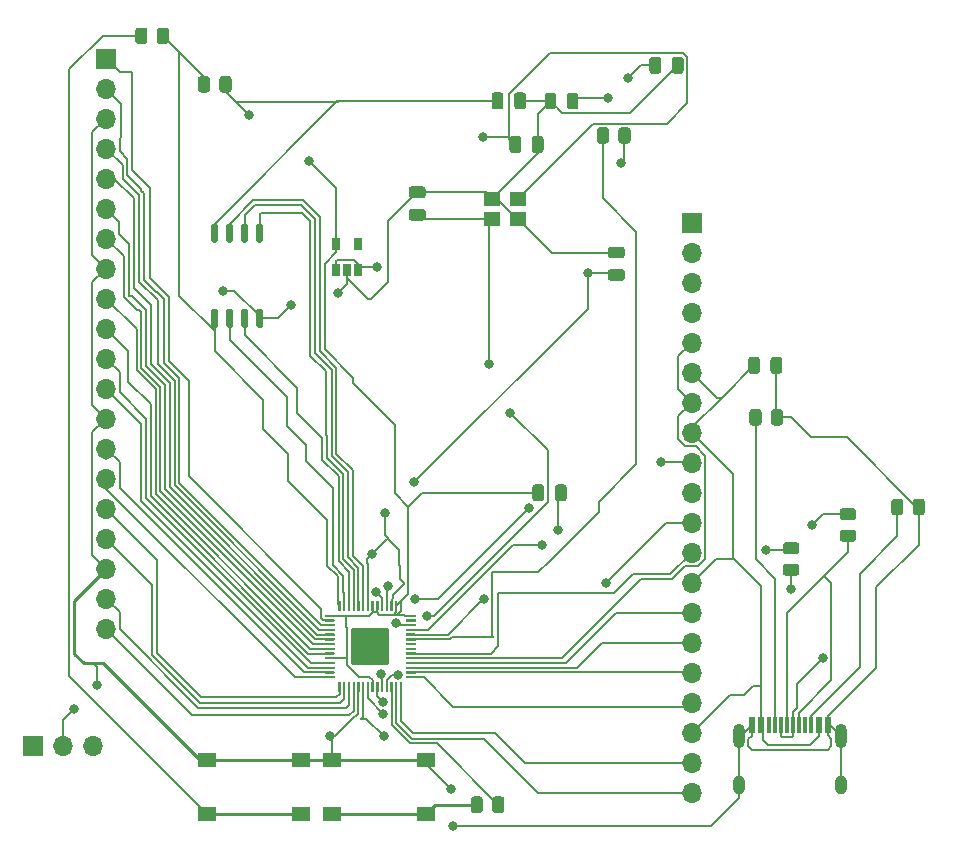
<source format=gtl>
%TF.GenerationSoftware,KiCad,Pcbnew,(5.1.12)-1*%
%TF.CreationDate,2026-01-09T19:54:51+05:30*%
%TF.ProjectId,Aniket_Board,416e696b-6574-45f4-926f-6172642e6b69,rev?*%
%TF.SameCoordinates,Original*%
%TF.FileFunction,Copper,L1,Top*%
%TF.FilePolarity,Positive*%
%FSLAX46Y46*%
G04 Gerber Fmt 4.6, Leading zero omitted, Abs format (unit mm)*
G04 Created by KiCad (PCBNEW (5.1.12)-1) date 2026-01-09 19:54:51*
%MOMM*%
%LPD*%
G01*
G04 APERTURE LIST*
%TA.AperFunction,ComponentPad*%
%ADD10C,0.600000*%
%TD*%
%TA.AperFunction,ComponentPad*%
%ADD11R,1.700000X1.700000*%
%TD*%
%TA.AperFunction,ComponentPad*%
%ADD12O,1.700000X1.700000*%
%TD*%
%TA.AperFunction,SMDPad,CuDef*%
%ADD13R,1.400000X1.200000*%
%TD*%
%TA.AperFunction,SMDPad,CuDef*%
%ADD14R,1.550000X1.300000*%
%TD*%
%TA.AperFunction,SMDPad,CuDef*%
%ADD15R,0.600000X1.450000*%
%TD*%
%TA.AperFunction,SMDPad,CuDef*%
%ADD16R,0.300000X1.450000*%
%TD*%
%TA.AperFunction,ComponentPad*%
%ADD17O,1.000000X2.100000*%
%TD*%
%TA.AperFunction,ComponentPad*%
%ADD18O,1.000000X1.600000*%
%TD*%
%TA.AperFunction,SMDPad,CuDef*%
%ADD19R,0.650000X1.060000*%
%TD*%
%TA.AperFunction,ViaPad*%
%ADD20C,0.800000*%
%TD*%
%TA.AperFunction,Conductor*%
%ADD21C,0.250000*%
%TD*%
%TA.AperFunction,Conductor*%
%ADD22C,0.200000*%
%TD*%
G04 APERTURE END LIST*
%TO.P,U1,57*%
%TO.N,GND*%
%TA.AperFunction,SMDPad,CuDef*%
G36*
G01*
X139070000Y-117256000D02*
X139070000Y-114344000D01*
G75*
G02*
X139214000Y-114200000I144000J0D01*
G01*
X142126000Y-114200000D01*
G75*
G02*
X142270000Y-114344000I0J-144000D01*
G01*
X142270000Y-117256000D01*
G75*
G02*
X142126000Y-117400000I-144000J0D01*
G01*
X139214000Y-117400000D01*
G75*
G02*
X139070000Y-117256000I0J144000D01*
G01*
G37*
%TD.AperFunction*%
D10*
X139395000Y-114525000D03*
X140670000Y-114525000D03*
X141945000Y-114525000D03*
X139395000Y-115800000D03*
X140670000Y-115800000D03*
X141945000Y-115800000D03*
X139395000Y-117075000D03*
X140670000Y-117075000D03*
X141945000Y-117075000D03*
%TO.P,U1,1*%
%TO.N,/+3.3v*%
%TA.AperFunction,SMDPad,CuDef*%
G36*
G01*
X136795000Y-113250000D02*
X136795000Y-113150000D01*
G75*
G02*
X136845000Y-113100000I50000J0D01*
G01*
X137620000Y-113100000D01*
G75*
G02*
X137670000Y-113150000I0J-50000D01*
G01*
X137670000Y-113250000D01*
G75*
G02*
X137620000Y-113300000I-50000J0D01*
G01*
X136845000Y-113300000D01*
G75*
G02*
X136795000Y-113250000I0J50000D01*
G01*
G37*
%TD.AperFunction*%
%TO.P,U1,2*%
%TO.N,/GPIO0*%
%TA.AperFunction,SMDPad,CuDef*%
G36*
G01*
X136795000Y-113650000D02*
X136795000Y-113550000D01*
G75*
G02*
X136845000Y-113500000I50000J0D01*
G01*
X137620000Y-113500000D01*
G75*
G02*
X137670000Y-113550000I0J-50000D01*
G01*
X137670000Y-113650000D01*
G75*
G02*
X137620000Y-113700000I-50000J0D01*
G01*
X136845000Y-113700000D01*
G75*
G02*
X136795000Y-113650000I0J50000D01*
G01*
G37*
%TD.AperFunction*%
%TO.P,U1,3*%
%TO.N,/GPIO1*%
%TA.AperFunction,SMDPad,CuDef*%
G36*
G01*
X136795000Y-114050000D02*
X136795000Y-113950000D01*
G75*
G02*
X136845000Y-113900000I50000J0D01*
G01*
X137620000Y-113900000D01*
G75*
G02*
X137670000Y-113950000I0J-50000D01*
G01*
X137670000Y-114050000D01*
G75*
G02*
X137620000Y-114100000I-50000J0D01*
G01*
X136845000Y-114100000D01*
G75*
G02*
X136795000Y-114050000I0J50000D01*
G01*
G37*
%TD.AperFunction*%
%TO.P,U1,4*%
%TO.N,/GPIO2*%
%TA.AperFunction,SMDPad,CuDef*%
G36*
G01*
X136795000Y-114450000D02*
X136795000Y-114350000D01*
G75*
G02*
X136845000Y-114300000I50000J0D01*
G01*
X137620000Y-114300000D01*
G75*
G02*
X137670000Y-114350000I0J-50000D01*
G01*
X137670000Y-114450000D01*
G75*
G02*
X137620000Y-114500000I-50000J0D01*
G01*
X136845000Y-114500000D01*
G75*
G02*
X136795000Y-114450000I0J50000D01*
G01*
G37*
%TD.AperFunction*%
%TO.P,U1,5*%
%TO.N,/GPIO3*%
%TA.AperFunction,SMDPad,CuDef*%
G36*
G01*
X136795000Y-114850000D02*
X136795000Y-114750000D01*
G75*
G02*
X136845000Y-114700000I50000J0D01*
G01*
X137620000Y-114700000D01*
G75*
G02*
X137670000Y-114750000I0J-50000D01*
G01*
X137670000Y-114850000D01*
G75*
G02*
X137620000Y-114900000I-50000J0D01*
G01*
X136845000Y-114900000D01*
G75*
G02*
X136795000Y-114850000I0J50000D01*
G01*
G37*
%TD.AperFunction*%
%TO.P,U1,6*%
%TO.N,/GPIO4*%
%TA.AperFunction,SMDPad,CuDef*%
G36*
G01*
X136795000Y-115250000D02*
X136795000Y-115150000D01*
G75*
G02*
X136845000Y-115100000I50000J0D01*
G01*
X137620000Y-115100000D01*
G75*
G02*
X137670000Y-115150000I0J-50000D01*
G01*
X137670000Y-115250000D01*
G75*
G02*
X137620000Y-115300000I-50000J0D01*
G01*
X136845000Y-115300000D01*
G75*
G02*
X136795000Y-115250000I0J50000D01*
G01*
G37*
%TD.AperFunction*%
%TO.P,U1,7*%
%TO.N,/GPIO5*%
%TA.AperFunction,SMDPad,CuDef*%
G36*
G01*
X136795000Y-115650000D02*
X136795000Y-115550000D01*
G75*
G02*
X136845000Y-115500000I50000J0D01*
G01*
X137620000Y-115500000D01*
G75*
G02*
X137670000Y-115550000I0J-50000D01*
G01*
X137670000Y-115650000D01*
G75*
G02*
X137620000Y-115700000I-50000J0D01*
G01*
X136845000Y-115700000D01*
G75*
G02*
X136795000Y-115650000I0J50000D01*
G01*
G37*
%TD.AperFunction*%
%TO.P,U1,8*%
%TO.N,/GPIO6*%
%TA.AperFunction,SMDPad,CuDef*%
G36*
G01*
X136795000Y-116050000D02*
X136795000Y-115950000D01*
G75*
G02*
X136845000Y-115900000I50000J0D01*
G01*
X137620000Y-115900000D01*
G75*
G02*
X137670000Y-115950000I0J-50000D01*
G01*
X137670000Y-116050000D01*
G75*
G02*
X137620000Y-116100000I-50000J0D01*
G01*
X136845000Y-116100000D01*
G75*
G02*
X136795000Y-116050000I0J50000D01*
G01*
G37*
%TD.AperFunction*%
%TO.P,U1,9*%
%TO.N,/GPIO7*%
%TA.AperFunction,SMDPad,CuDef*%
G36*
G01*
X136795000Y-116450000D02*
X136795000Y-116350000D01*
G75*
G02*
X136845000Y-116300000I50000J0D01*
G01*
X137620000Y-116300000D01*
G75*
G02*
X137670000Y-116350000I0J-50000D01*
G01*
X137670000Y-116450000D01*
G75*
G02*
X137620000Y-116500000I-50000J0D01*
G01*
X136845000Y-116500000D01*
G75*
G02*
X136795000Y-116450000I0J50000D01*
G01*
G37*
%TD.AperFunction*%
%TO.P,U1,10*%
%TO.N,/+3.3v*%
%TA.AperFunction,SMDPad,CuDef*%
G36*
G01*
X136795000Y-116850000D02*
X136795000Y-116750000D01*
G75*
G02*
X136845000Y-116700000I50000J0D01*
G01*
X137620000Y-116700000D01*
G75*
G02*
X137670000Y-116750000I0J-50000D01*
G01*
X137670000Y-116850000D01*
G75*
G02*
X137620000Y-116900000I-50000J0D01*
G01*
X136845000Y-116900000D01*
G75*
G02*
X136795000Y-116850000I0J50000D01*
G01*
G37*
%TD.AperFunction*%
%TO.P,U1,11*%
%TO.N,/GPIO8*%
%TA.AperFunction,SMDPad,CuDef*%
G36*
G01*
X136795000Y-117250000D02*
X136795000Y-117150000D01*
G75*
G02*
X136845000Y-117100000I50000J0D01*
G01*
X137620000Y-117100000D01*
G75*
G02*
X137670000Y-117150000I0J-50000D01*
G01*
X137670000Y-117250000D01*
G75*
G02*
X137620000Y-117300000I-50000J0D01*
G01*
X136845000Y-117300000D01*
G75*
G02*
X136795000Y-117250000I0J50000D01*
G01*
G37*
%TD.AperFunction*%
%TO.P,U1,12*%
%TO.N,/GPIO9*%
%TA.AperFunction,SMDPad,CuDef*%
G36*
G01*
X136795000Y-117650000D02*
X136795000Y-117550000D01*
G75*
G02*
X136845000Y-117500000I50000J0D01*
G01*
X137620000Y-117500000D01*
G75*
G02*
X137670000Y-117550000I0J-50000D01*
G01*
X137670000Y-117650000D01*
G75*
G02*
X137620000Y-117700000I-50000J0D01*
G01*
X136845000Y-117700000D01*
G75*
G02*
X136795000Y-117650000I0J50000D01*
G01*
G37*
%TD.AperFunction*%
%TO.P,U1,13*%
%TO.N,/GPIO10*%
%TA.AperFunction,SMDPad,CuDef*%
G36*
G01*
X136795000Y-118050000D02*
X136795000Y-117950000D01*
G75*
G02*
X136845000Y-117900000I50000J0D01*
G01*
X137620000Y-117900000D01*
G75*
G02*
X137670000Y-117950000I0J-50000D01*
G01*
X137670000Y-118050000D01*
G75*
G02*
X137620000Y-118100000I-50000J0D01*
G01*
X136845000Y-118100000D01*
G75*
G02*
X136795000Y-118050000I0J50000D01*
G01*
G37*
%TD.AperFunction*%
%TO.P,U1,14*%
%TO.N,/GPIO11*%
%TA.AperFunction,SMDPad,CuDef*%
G36*
G01*
X136795000Y-118450000D02*
X136795000Y-118350000D01*
G75*
G02*
X136845000Y-118300000I50000J0D01*
G01*
X137620000Y-118300000D01*
G75*
G02*
X137670000Y-118350000I0J-50000D01*
G01*
X137670000Y-118450000D01*
G75*
G02*
X137620000Y-118500000I-50000J0D01*
G01*
X136845000Y-118500000D01*
G75*
G02*
X136795000Y-118450000I0J50000D01*
G01*
G37*
%TD.AperFunction*%
%TO.P,U1,15*%
%TO.N,/GPIO12*%
%TA.AperFunction,SMDPad,CuDef*%
G36*
G01*
X137970000Y-119625000D02*
X137970000Y-118850000D01*
G75*
G02*
X138020000Y-118800000I50000J0D01*
G01*
X138120000Y-118800000D01*
G75*
G02*
X138170000Y-118850000I0J-50000D01*
G01*
X138170000Y-119625000D01*
G75*
G02*
X138120000Y-119675000I-50000J0D01*
G01*
X138020000Y-119675000D01*
G75*
G02*
X137970000Y-119625000I0J50000D01*
G01*
G37*
%TD.AperFunction*%
%TO.P,U1,16*%
%TO.N,/GPIO13*%
%TA.AperFunction,SMDPad,CuDef*%
G36*
G01*
X138370000Y-119625000D02*
X138370000Y-118850000D01*
G75*
G02*
X138420000Y-118800000I50000J0D01*
G01*
X138520000Y-118800000D01*
G75*
G02*
X138570000Y-118850000I0J-50000D01*
G01*
X138570000Y-119625000D01*
G75*
G02*
X138520000Y-119675000I-50000J0D01*
G01*
X138420000Y-119675000D01*
G75*
G02*
X138370000Y-119625000I0J50000D01*
G01*
G37*
%TD.AperFunction*%
%TO.P,U1,17*%
%TO.N,/GPIO14*%
%TA.AperFunction,SMDPad,CuDef*%
G36*
G01*
X138770000Y-119625000D02*
X138770000Y-118850000D01*
G75*
G02*
X138820000Y-118800000I50000J0D01*
G01*
X138920000Y-118800000D01*
G75*
G02*
X138970000Y-118850000I0J-50000D01*
G01*
X138970000Y-119625000D01*
G75*
G02*
X138920000Y-119675000I-50000J0D01*
G01*
X138820000Y-119675000D01*
G75*
G02*
X138770000Y-119625000I0J50000D01*
G01*
G37*
%TD.AperFunction*%
%TO.P,U1,18*%
%TO.N,/GPIO15*%
%TA.AperFunction,SMDPad,CuDef*%
G36*
G01*
X139170000Y-119625000D02*
X139170000Y-118850000D01*
G75*
G02*
X139220000Y-118800000I50000J0D01*
G01*
X139320000Y-118800000D01*
G75*
G02*
X139370000Y-118850000I0J-50000D01*
G01*
X139370000Y-119625000D01*
G75*
G02*
X139320000Y-119675000I-50000J0D01*
G01*
X139220000Y-119675000D01*
G75*
G02*
X139170000Y-119625000I0J50000D01*
G01*
G37*
%TD.AperFunction*%
%TO.P,U1,19*%
%TO.N,GND*%
%TA.AperFunction,SMDPad,CuDef*%
G36*
G01*
X139570000Y-119625000D02*
X139570000Y-118850000D01*
G75*
G02*
X139620000Y-118800000I50000J0D01*
G01*
X139720000Y-118800000D01*
G75*
G02*
X139770000Y-118850000I0J-50000D01*
G01*
X139770000Y-119625000D01*
G75*
G02*
X139720000Y-119675000I-50000J0D01*
G01*
X139620000Y-119675000D01*
G75*
G02*
X139570000Y-119625000I0J50000D01*
G01*
G37*
%TD.AperFunction*%
%TO.P,U1,20*%
%TO.N,/XIN*%
%TA.AperFunction,SMDPad,CuDef*%
G36*
G01*
X139970000Y-119625000D02*
X139970000Y-118850000D01*
G75*
G02*
X140020000Y-118800000I50000J0D01*
G01*
X140120000Y-118800000D01*
G75*
G02*
X140170000Y-118850000I0J-50000D01*
G01*
X140170000Y-119625000D01*
G75*
G02*
X140120000Y-119675000I-50000J0D01*
G01*
X140020000Y-119675000D01*
G75*
G02*
X139970000Y-119625000I0J50000D01*
G01*
G37*
%TD.AperFunction*%
%TO.P,U1,21*%
%TO.N,/XOUT*%
%TA.AperFunction,SMDPad,CuDef*%
G36*
G01*
X140370000Y-119625000D02*
X140370000Y-118850000D01*
G75*
G02*
X140420000Y-118800000I50000J0D01*
G01*
X140520000Y-118800000D01*
G75*
G02*
X140570000Y-118850000I0J-50000D01*
G01*
X140570000Y-119625000D01*
G75*
G02*
X140520000Y-119675000I-50000J0D01*
G01*
X140420000Y-119675000D01*
G75*
G02*
X140370000Y-119625000I0J50000D01*
G01*
G37*
%TD.AperFunction*%
%TO.P,U1,22*%
%TO.N,/+3.3v*%
%TA.AperFunction,SMDPad,CuDef*%
G36*
G01*
X140770000Y-119625000D02*
X140770000Y-118850000D01*
G75*
G02*
X140820000Y-118800000I50000J0D01*
G01*
X140920000Y-118800000D01*
G75*
G02*
X140970000Y-118850000I0J-50000D01*
G01*
X140970000Y-119625000D01*
G75*
G02*
X140920000Y-119675000I-50000J0D01*
G01*
X140820000Y-119675000D01*
G75*
G02*
X140770000Y-119625000I0J50000D01*
G01*
G37*
%TD.AperFunction*%
%TO.P,U1,23*%
%TO.N,Net-(C5-Pad1)*%
%TA.AperFunction,SMDPad,CuDef*%
G36*
G01*
X141170000Y-119625000D02*
X141170000Y-118850000D01*
G75*
G02*
X141220000Y-118800000I50000J0D01*
G01*
X141320000Y-118800000D01*
G75*
G02*
X141370000Y-118850000I0J-50000D01*
G01*
X141370000Y-119625000D01*
G75*
G02*
X141320000Y-119675000I-50000J0D01*
G01*
X141220000Y-119675000D01*
G75*
G02*
X141170000Y-119625000I0J50000D01*
G01*
G37*
%TD.AperFunction*%
%TO.P,U1,24*%
%TO.N,/SWCLK*%
%TA.AperFunction,SMDPad,CuDef*%
G36*
G01*
X141570000Y-119625000D02*
X141570000Y-118850000D01*
G75*
G02*
X141620000Y-118800000I50000J0D01*
G01*
X141720000Y-118800000D01*
G75*
G02*
X141770000Y-118850000I0J-50000D01*
G01*
X141770000Y-119625000D01*
G75*
G02*
X141720000Y-119675000I-50000J0D01*
G01*
X141620000Y-119675000D01*
G75*
G02*
X141570000Y-119625000I0J50000D01*
G01*
G37*
%TD.AperFunction*%
%TO.P,U1,25*%
%TO.N,/SWD*%
%TA.AperFunction,SMDPad,CuDef*%
G36*
G01*
X141970000Y-119625000D02*
X141970000Y-118850000D01*
G75*
G02*
X142020000Y-118800000I50000J0D01*
G01*
X142120000Y-118800000D01*
G75*
G02*
X142170000Y-118850000I0J-50000D01*
G01*
X142170000Y-119625000D01*
G75*
G02*
X142120000Y-119675000I-50000J0D01*
G01*
X142020000Y-119675000D01*
G75*
G02*
X141970000Y-119625000I0J50000D01*
G01*
G37*
%TD.AperFunction*%
%TO.P,U1,26*%
%TO.N,Net-(R5-Pad2)*%
%TA.AperFunction,SMDPad,CuDef*%
G36*
G01*
X142370000Y-119625000D02*
X142370000Y-118850000D01*
G75*
G02*
X142420000Y-118800000I50000J0D01*
G01*
X142520000Y-118800000D01*
G75*
G02*
X142570000Y-118850000I0J-50000D01*
G01*
X142570000Y-119625000D01*
G75*
G02*
X142520000Y-119675000I-50000J0D01*
G01*
X142420000Y-119675000D01*
G75*
G02*
X142370000Y-119625000I0J50000D01*
G01*
G37*
%TD.AperFunction*%
%TO.P,U1,27*%
%TO.N,/GPIO16*%
%TA.AperFunction,SMDPad,CuDef*%
G36*
G01*
X142770000Y-119625000D02*
X142770000Y-118850000D01*
G75*
G02*
X142820000Y-118800000I50000J0D01*
G01*
X142920000Y-118800000D01*
G75*
G02*
X142970000Y-118850000I0J-50000D01*
G01*
X142970000Y-119625000D01*
G75*
G02*
X142920000Y-119675000I-50000J0D01*
G01*
X142820000Y-119675000D01*
G75*
G02*
X142770000Y-119625000I0J50000D01*
G01*
G37*
%TD.AperFunction*%
%TO.P,U1,28*%
%TO.N,/GPIO17*%
%TA.AperFunction,SMDPad,CuDef*%
G36*
G01*
X143170000Y-119625000D02*
X143170000Y-118850000D01*
G75*
G02*
X143220000Y-118800000I50000J0D01*
G01*
X143320000Y-118800000D01*
G75*
G02*
X143370000Y-118850000I0J-50000D01*
G01*
X143370000Y-119625000D01*
G75*
G02*
X143320000Y-119675000I-50000J0D01*
G01*
X143220000Y-119675000D01*
G75*
G02*
X143170000Y-119625000I0J50000D01*
G01*
G37*
%TD.AperFunction*%
%TO.P,U1,29*%
%TO.N,/GPIO18*%
%TA.AperFunction,SMDPad,CuDef*%
G36*
G01*
X143670000Y-118450000D02*
X143670000Y-118350000D01*
G75*
G02*
X143720000Y-118300000I50000J0D01*
G01*
X144495000Y-118300000D01*
G75*
G02*
X144545000Y-118350000I0J-50000D01*
G01*
X144545000Y-118450000D01*
G75*
G02*
X144495000Y-118500000I-50000J0D01*
G01*
X143720000Y-118500000D01*
G75*
G02*
X143670000Y-118450000I0J50000D01*
G01*
G37*
%TD.AperFunction*%
%TO.P,U1,30*%
%TO.N,/GPIO19*%
%TA.AperFunction,SMDPad,CuDef*%
G36*
G01*
X143670000Y-118050000D02*
X143670000Y-117950000D01*
G75*
G02*
X143720000Y-117900000I50000J0D01*
G01*
X144495000Y-117900000D01*
G75*
G02*
X144545000Y-117950000I0J-50000D01*
G01*
X144545000Y-118050000D01*
G75*
G02*
X144495000Y-118100000I-50000J0D01*
G01*
X143720000Y-118100000D01*
G75*
G02*
X143670000Y-118050000I0J50000D01*
G01*
G37*
%TD.AperFunction*%
%TO.P,U1,31*%
%TO.N,/GPIO20*%
%TA.AperFunction,SMDPad,CuDef*%
G36*
G01*
X143670000Y-117650000D02*
X143670000Y-117550000D01*
G75*
G02*
X143720000Y-117500000I50000J0D01*
G01*
X144495000Y-117500000D01*
G75*
G02*
X144545000Y-117550000I0J-50000D01*
G01*
X144545000Y-117650000D01*
G75*
G02*
X144495000Y-117700000I-50000J0D01*
G01*
X143720000Y-117700000D01*
G75*
G02*
X143670000Y-117650000I0J50000D01*
G01*
G37*
%TD.AperFunction*%
%TO.P,U1,32*%
%TO.N,/GPIO21*%
%TA.AperFunction,SMDPad,CuDef*%
G36*
G01*
X143670000Y-117250000D02*
X143670000Y-117150000D01*
G75*
G02*
X143720000Y-117100000I50000J0D01*
G01*
X144495000Y-117100000D01*
G75*
G02*
X144545000Y-117150000I0J-50000D01*
G01*
X144545000Y-117250000D01*
G75*
G02*
X144495000Y-117300000I-50000J0D01*
G01*
X143720000Y-117300000D01*
G75*
G02*
X143670000Y-117250000I0J50000D01*
G01*
G37*
%TD.AperFunction*%
%TO.P,U1,33*%
%TO.N,/+3.3v*%
%TA.AperFunction,SMDPad,CuDef*%
G36*
G01*
X143670000Y-116850000D02*
X143670000Y-116750000D01*
G75*
G02*
X143720000Y-116700000I50000J0D01*
G01*
X144495000Y-116700000D01*
G75*
G02*
X144545000Y-116750000I0J-50000D01*
G01*
X144545000Y-116850000D01*
G75*
G02*
X144495000Y-116900000I-50000J0D01*
G01*
X143720000Y-116900000D01*
G75*
G02*
X143670000Y-116850000I0J50000D01*
G01*
G37*
%TD.AperFunction*%
%TO.P,U1,34*%
%TO.N,/GPIO22*%
%TA.AperFunction,SMDPad,CuDef*%
G36*
G01*
X143670000Y-116450000D02*
X143670000Y-116350000D01*
G75*
G02*
X143720000Y-116300000I50000J0D01*
G01*
X144495000Y-116300000D01*
G75*
G02*
X144545000Y-116350000I0J-50000D01*
G01*
X144545000Y-116450000D01*
G75*
G02*
X144495000Y-116500000I-50000J0D01*
G01*
X143720000Y-116500000D01*
G75*
G02*
X143670000Y-116450000I0J50000D01*
G01*
G37*
%TD.AperFunction*%
%TO.P,U1,35*%
%TO.N,Net-(U1-Pad35)*%
%TA.AperFunction,SMDPad,CuDef*%
G36*
G01*
X143670000Y-116050000D02*
X143670000Y-115950000D01*
G75*
G02*
X143720000Y-115900000I50000J0D01*
G01*
X144495000Y-115900000D01*
G75*
G02*
X144545000Y-115950000I0J-50000D01*
G01*
X144545000Y-116050000D01*
G75*
G02*
X144495000Y-116100000I-50000J0D01*
G01*
X143720000Y-116100000D01*
G75*
G02*
X143670000Y-116050000I0J50000D01*
G01*
G37*
%TD.AperFunction*%
%TO.P,U1,36*%
%TO.N,Net-(U1-Pad36)*%
%TA.AperFunction,SMDPad,CuDef*%
G36*
G01*
X143670000Y-115650000D02*
X143670000Y-115550000D01*
G75*
G02*
X143720000Y-115500000I50000J0D01*
G01*
X144495000Y-115500000D01*
G75*
G02*
X144545000Y-115550000I0J-50000D01*
G01*
X144545000Y-115650000D01*
G75*
G02*
X144495000Y-115700000I-50000J0D01*
G01*
X143720000Y-115700000D01*
G75*
G02*
X143670000Y-115650000I0J50000D01*
G01*
G37*
%TD.AperFunction*%
%TO.P,U1,37*%
%TO.N,/GIO25*%
%TA.AperFunction,SMDPad,CuDef*%
G36*
G01*
X143670000Y-115250000D02*
X143670000Y-115150000D01*
G75*
G02*
X143720000Y-115100000I50000J0D01*
G01*
X144495000Y-115100000D01*
G75*
G02*
X144545000Y-115150000I0J-50000D01*
G01*
X144545000Y-115250000D01*
G75*
G02*
X144495000Y-115300000I-50000J0D01*
G01*
X143720000Y-115300000D01*
G75*
G02*
X143670000Y-115250000I0J50000D01*
G01*
G37*
%TD.AperFunction*%
%TO.P,U1,38*%
%TO.N,/GPIO26*%
%TA.AperFunction,SMDPad,CuDef*%
G36*
G01*
X143670000Y-114850000D02*
X143670000Y-114750000D01*
G75*
G02*
X143720000Y-114700000I50000J0D01*
G01*
X144495000Y-114700000D01*
G75*
G02*
X144545000Y-114750000I0J-50000D01*
G01*
X144545000Y-114850000D01*
G75*
G02*
X144495000Y-114900000I-50000J0D01*
G01*
X143720000Y-114900000D01*
G75*
G02*
X143670000Y-114850000I0J50000D01*
G01*
G37*
%TD.AperFunction*%
%TO.P,U1,39*%
%TO.N,/GPIO27*%
%TA.AperFunction,SMDPad,CuDef*%
G36*
G01*
X143670000Y-114450000D02*
X143670000Y-114350000D01*
G75*
G02*
X143720000Y-114300000I50000J0D01*
G01*
X144495000Y-114300000D01*
G75*
G02*
X144545000Y-114350000I0J-50000D01*
G01*
X144545000Y-114450000D01*
G75*
G02*
X144495000Y-114500000I-50000J0D01*
G01*
X143720000Y-114500000D01*
G75*
G02*
X143670000Y-114450000I0J50000D01*
G01*
G37*
%TD.AperFunction*%
%TO.P,U1,40*%
%TO.N,/GPIO28*%
%TA.AperFunction,SMDPad,CuDef*%
G36*
G01*
X143670000Y-114050000D02*
X143670000Y-113950000D01*
G75*
G02*
X143720000Y-113900000I50000J0D01*
G01*
X144495000Y-113900000D01*
G75*
G02*
X144545000Y-113950000I0J-50000D01*
G01*
X144545000Y-114050000D01*
G75*
G02*
X144495000Y-114100000I-50000J0D01*
G01*
X143720000Y-114100000D01*
G75*
G02*
X143670000Y-114050000I0J50000D01*
G01*
G37*
%TD.AperFunction*%
%TO.P,U1,41*%
%TO.N,Net-(U1-Pad41)*%
%TA.AperFunction,SMDPad,CuDef*%
G36*
G01*
X143670000Y-113650000D02*
X143670000Y-113550000D01*
G75*
G02*
X143720000Y-113500000I50000J0D01*
G01*
X144495000Y-113500000D01*
G75*
G02*
X144545000Y-113550000I0J-50000D01*
G01*
X144545000Y-113650000D01*
G75*
G02*
X144495000Y-113700000I-50000J0D01*
G01*
X143720000Y-113700000D01*
G75*
G02*
X143670000Y-113650000I0J50000D01*
G01*
G37*
%TD.AperFunction*%
%TO.P,U1,42*%
%TO.N,/+3.3v*%
%TA.AperFunction,SMDPad,CuDef*%
G36*
G01*
X143670000Y-113250000D02*
X143670000Y-113150000D01*
G75*
G02*
X143720000Y-113100000I50000J0D01*
G01*
X144495000Y-113100000D01*
G75*
G02*
X144545000Y-113150000I0J-50000D01*
G01*
X144545000Y-113250000D01*
G75*
G02*
X144495000Y-113300000I-50000J0D01*
G01*
X143720000Y-113300000D01*
G75*
G02*
X143670000Y-113250000I0J50000D01*
G01*
G37*
%TD.AperFunction*%
%TO.P,U1,43*%
%TA.AperFunction,SMDPad,CuDef*%
G36*
G01*
X143170000Y-112750000D02*
X143170000Y-111975000D01*
G75*
G02*
X143220000Y-111925000I50000J0D01*
G01*
X143320000Y-111925000D01*
G75*
G02*
X143370000Y-111975000I0J-50000D01*
G01*
X143370000Y-112750000D01*
G75*
G02*
X143320000Y-112800000I-50000J0D01*
G01*
X143220000Y-112800000D01*
G75*
G02*
X143170000Y-112750000I0J50000D01*
G01*
G37*
%TD.AperFunction*%
%TO.P,U1,44*%
%TA.AperFunction,SMDPad,CuDef*%
G36*
G01*
X142770000Y-112750000D02*
X142770000Y-111975000D01*
G75*
G02*
X142820000Y-111925000I50000J0D01*
G01*
X142920000Y-111925000D01*
G75*
G02*
X142970000Y-111975000I0J-50000D01*
G01*
X142970000Y-112750000D01*
G75*
G02*
X142920000Y-112800000I-50000J0D01*
G01*
X142820000Y-112800000D01*
G75*
G02*
X142770000Y-112750000I0J50000D01*
G01*
G37*
%TD.AperFunction*%
%TO.P,U1,45*%
%TO.N,Net-(C5-Pad1)*%
%TA.AperFunction,SMDPad,CuDef*%
G36*
G01*
X142370000Y-112750000D02*
X142370000Y-111975000D01*
G75*
G02*
X142420000Y-111925000I50000J0D01*
G01*
X142520000Y-111925000D01*
G75*
G02*
X142570000Y-111975000I0J-50000D01*
G01*
X142570000Y-112750000D01*
G75*
G02*
X142520000Y-112800000I-50000J0D01*
G01*
X142420000Y-112800000D01*
G75*
G02*
X142370000Y-112750000I0J50000D01*
G01*
G37*
%TD.AperFunction*%
%TO.P,U1,46*%
%TO.N,Net-(R2-Pad2)*%
%TA.AperFunction,SMDPad,CuDef*%
G36*
G01*
X141970000Y-112750000D02*
X141970000Y-111975000D01*
G75*
G02*
X142020000Y-111925000I50000J0D01*
G01*
X142120000Y-111925000D01*
G75*
G02*
X142170000Y-111975000I0J-50000D01*
G01*
X142170000Y-112750000D01*
G75*
G02*
X142120000Y-112800000I-50000J0D01*
G01*
X142020000Y-112800000D01*
G75*
G02*
X141970000Y-112750000I0J50000D01*
G01*
G37*
%TD.AperFunction*%
%TO.P,U1,47*%
%TO.N,Net-(R1-Pad2)*%
%TA.AperFunction,SMDPad,CuDef*%
G36*
G01*
X141570000Y-112750000D02*
X141570000Y-111975000D01*
G75*
G02*
X141620000Y-111925000I50000J0D01*
G01*
X141720000Y-111925000D01*
G75*
G02*
X141770000Y-111975000I0J-50000D01*
G01*
X141770000Y-112750000D01*
G75*
G02*
X141720000Y-112800000I-50000J0D01*
G01*
X141620000Y-112800000D01*
G75*
G02*
X141570000Y-112750000I0J50000D01*
G01*
G37*
%TD.AperFunction*%
%TO.P,U1,48*%
%TO.N,/+3.3v*%
%TA.AperFunction,SMDPad,CuDef*%
G36*
G01*
X141170000Y-112750000D02*
X141170000Y-111975000D01*
G75*
G02*
X141220000Y-111925000I50000J0D01*
G01*
X141320000Y-111925000D01*
G75*
G02*
X141370000Y-111975000I0J-50000D01*
G01*
X141370000Y-112750000D01*
G75*
G02*
X141320000Y-112800000I-50000J0D01*
G01*
X141220000Y-112800000D01*
G75*
G02*
X141170000Y-112750000I0J50000D01*
G01*
G37*
%TD.AperFunction*%
%TO.P,U1,49*%
%TA.AperFunction,SMDPad,CuDef*%
G36*
G01*
X140770000Y-112750000D02*
X140770000Y-111975000D01*
G75*
G02*
X140820000Y-111925000I50000J0D01*
G01*
X140920000Y-111925000D01*
G75*
G02*
X140970000Y-111975000I0J-50000D01*
G01*
X140970000Y-112750000D01*
G75*
G02*
X140920000Y-112800000I-50000J0D01*
G01*
X140820000Y-112800000D01*
G75*
G02*
X140770000Y-112750000I0J50000D01*
G01*
G37*
%TD.AperFunction*%
%TO.P,U1,50*%
%TO.N,Net-(C5-Pad1)*%
%TA.AperFunction,SMDPad,CuDef*%
G36*
G01*
X140370000Y-112750000D02*
X140370000Y-111975000D01*
G75*
G02*
X140420000Y-111925000I50000J0D01*
G01*
X140520000Y-111925000D01*
G75*
G02*
X140570000Y-111975000I0J-50000D01*
G01*
X140570000Y-112750000D01*
G75*
G02*
X140520000Y-112800000I-50000J0D01*
G01*
X140420000Y-112800000D01*
G75*
G02*
X140370000Y-112750000I0J50000D01*
G01*
G37*
%TD.AperFunction*%
%TO.P,U1,51*%
%TO.N,/QSPI_SD3*%
%TA.AperFunction,SMDPad,CuDef*%
G36*
G01*
X139970000Y-112750000D02*
X139970000Y-111975000D01*
G75*
G02*
X140020000Y-111925000I50000J0D01*
G01*
X140120000Y-111925000D01*
G75*
G02*
X140170000Y-111975000I0J-50000D01*
G01*
X140170000Y-112750000D01*
G75*
G02*
X140120000Y-112800000I-50000J0D01*
G01*
X140020000Y-112800000D01*
G75*
G02*
X139970000Y-112750000I0J50000D01*
G01*
G37*
%TD.AperFunction*%
%TO.P,U1,52*%
%TO.N,/QSPI_SCLK*%
%TA.AperFunction,SMDPad,CuDef*%
G36*
G01*
X139570000Y-112750000D02*
X139570000Y-111975000D01*
G75*
G02*
X139620000Y-111925000I50000J0D01*
G01*
X139720000Y-111925000D01*
G75*
G02*
X139770000Y-111975000I0J-50000D01*
G01*
X139770000Y-112750000D01*
G75*
G02*
X139720000Y-112800000I-50000J0D01*
G01*
X139620000Y-112800000D01*
G75*
G02*
X139570000Y-112750000I0J50000D01*
G01*
G37*
%TD.AperFunction*%
%TO.P,U1,53*%
%TO.N,/QSPI_SD0*%
%TA.AperFunction,SMDPad,CuDef*%
G36*
G01*
X139170000Y-112750000D02*
X139170000Y-111975000D01*
G75*
G02*
X139220000Y-111925000I50000J0D01*
G01*
X139320000Y-111925000D01*
G75*
G02*
X139370000Y-111975000I0J-50000D01*
G01*
X139370000Y-112750000D01*
G75*
G02*
X139320000Y-112800000I-50000J0D01*
G01*
X139220000Y-112800000D01*
G75*
G02*
X139170000Y-112750000I0J50000D01*
G01*
G37*
%TD.AperFunction*%
%TO.P,U1,54*%
%TO.N,/QSPI_SD2*%
%TA.AperFunction,SMDPad,CuDef*%
G36*
G01*
X138770000Y-112750000D02*
X138770000Y-111975000D01*
G75*
G02*
X138820000Y-111925000I50000J0D01*
G01*
X138920000Y-111925000D01*
G75*
G02*
X138970000Y-111975000I0J-50000D01*
G01*
X138970000Y-112750000D01*
G75*
G02*
X138920000Y-112800000I-50000J0D01*
G01*
X138820000Y-112800000D01*
G75*
G02*
X138770000Y-112750000I0J50000D01*
G01*
G37*
%TD.AperFunction*%
%TO.P,U1,55*%
%TO.N,/QSPI_SD1*%
%TA.AperFunction,SMDPad,CuDef*%
G36*
G01*
X138370000Y-112750000D02*
X138370000Y-111975000D01*
G75*
G02*
X138420000Y-111925000I50000J0D01*
G01*
X138520000Y-111925000D01*
G75*
G02*
X138570000Y-111975000I0J-50000D01*
G01*
X138570000Y-112750000D01*
G75*
G02*
X138520000Y-112800000I-50000J0D01*
G01*
X138420000Y-112800000D01*
G75*
G02*
X138370000Y-112750000I0J50000D01*
G01*
G37*
%TD.AperFunction*%
%TO.P,U1,56*%
%TO.N,/QSPI_SS*%
%TA.AperFunction,SMDPad,CuDef*%
G36*
G01*
X137970000Y-112750000D02*
X137970000Y-111975000D01*
G75*
G02*
X138020000Y-111925000I50000J0D01*
G01*
X138120000Y-111925000D01*
G75*
G02*
X138170000Y-111975000I0J-50000D01*
G01*
X138170000Y-112750000D01*
G75*
G02*
X138120000Y-112800000I-50000J0D01*
G01*
X138020000Y-112800000D01*
G75*
G02*
X137970000Y-112750000I0J50000D01*
G01*
G37*
%TD.AperFunction*%
%TD*%
D11*
%TO.P,J4,1*%
%TO.N,/SWD*%
X112100000Y-124200000D03*
D12*
%TO.P,J4,2*%
%TO.N,GND*%
X114640000Y-124200000D03*
%TO.P,J4,3*%
%TO.N,/SWCLK*%
X117180000Y-124200000D03*
%TD*%
D13*
%TO.P,Y1,4*%
%TO.N,GND*%
X151000000Y-77900000D03*
%TO.P,Y1,3*%
%TO.N,/XOUT*%
X153200000Y-77900000D03*
%TO.P,Y1,2*%
%TO.N,GND*%
X153200000Y-79600000D03*
%TO.P,Y1,1*%
%TO.N,/XIN*%
X151000000Y-79600000D03*
%TD*%
%TO.P,U3,8*%
%TO.N,/+3.3v*%
%TA.AperFunction,SMDPad,CuDef*%
G36*
G01*
X127645000Y-81600000D02*
X127345000Y-81600000D01*
G75*
G02*
X127195000Y-81450000I0J150000D01*
G01*
X127195000Y-80150000D01*
G75*
G02*
X127345000Y-80000000I150000J0D01*
G01*
X127645000Y-80000000D01*
G75*
G02*
X127795000Y-80150000I0J-150000D01*
G01*
X127795000Y-81450000D01*
G75*
G02*
X127645000Y-81600000I-150000J0D01*
G01*
G37*
%TD.AperFunction*%
%TO.P,U3,7*%
%TO.N,/QSPI_SD3*%
%TA.AperFunction,SMDPad,CuDef*%
G36*
G01*
X128915000Y-81600000D02*
X128615000Y-81600000D01*
G75*
G02*
X128465000Y-81450000I0J150000D01*
G01*
X128465000Y-80150000D01*
G75*
G02*
X128615000Y-80000000I150000J0D01*
G01*
X128915000Y-80000000D01*
G75*
G02*
X129065000Y-80150000I0J-150000D01*
G01*
X129065000Y-81450000D01*
G75*
G02*
X128915000Y-81600000I-150000J0D01*
G01*
G37*
%TD.AperFunction*%
%TO.P,U3,6*%
%TO.N,/QSPI_SCLK*%
%TA.AperFunction,SMDPad,CuDef*%
G36*
G01*
X130185000Y-81600000D02*
X129885000Y-81600000D01*
G75*
G02*
X129735000Y-81450000I0J150000D01*
G01*
X129735000Y-80150000D01*
G75*
G02*
X129885000Y-80000000I150000J0D01*
G01*
X130185000Y-80000000D01*
G75*
G02*
X130335000Y-80150000I0J-150000D01*
G01*
X130335000Y-81450000D01*
G75*
G02*
X130185000Y-81600000I-150000J0D01*
G01*
G37*
%TD.AperFunction*%
%TO.P,U3,5*%
%TO.N,/QSPI_SD0*%
%TA.AperFunction,SMDPad,CuDef*%
G36*
G01*
X131455000Y-81600000D02*
X131155000Y-81600000D01*
G75*
G02*
X131005000Y-81450000I0J150000D01*
G01*
X131005000Y-80150000D01*
G75*
G02*
X131155000Y-80000000I150000J0D01*
G01*
X131455000Y-80000000D01*
G75*
G02*
X131605000Y-80150000I0J-150000D01*
G01*
X131605000Y-81450000D01*
G75*
G02*
X131455000Y-81600000I-150000J0D01*
G01*
G37*
%TD.AperFunction*%
%TO.P,U3,4*%
%TO.N,GND*%
%TA.AperFunction,SMDPad,CuDef*%
G36*
G01*
X131455000Y-88800000D02*
X131155000Y-88800000D01*
G75*
G02*
X131005000Y-88650000I0J150000D01*
G01*
X131005000Y-87350000D01*
G75*
G02*
X131155000Y-87200000I150000J0D01*
G01*
X131455000Y-87200000D01*
G75*
G02*
X131605000Y-87350000I0J-150000D01*
G01*
X131605000Y-88650000D01*
G75*
G02*
X131455000Y-88800000I-150000J0D01*
G01*
G37*
%TD.AperFunction*%
%TO.P,U3,3*%
%TO.N,/QSPI_SD2*%
%TA.AperFunction,SMDPad,CuDef*%
G36*
G01*
X130185000Y-88800000D02*
X129885000Y-88800000D01*
G75*
G02*
X129735000Y-88650000I0J150000D01*
G01*
X129735000Y-87350000D01*
G75*
G02*
X129885000Y-87200000I150000J0D01*
G01*
X130185000Y-87200000D01*
G75*
G02*
X130335000Y-87350000I0J-150000D01*
G01*
X130335000Y-88650000D01*
G75*
G02*
X130185000Y-88800000I-150000J0D01*
G01*
G37*
%TD.AperFunction*%
%TO.P,U3,2*%
%TO.N,/QSPI_SD1*%
%TA.AperFunction,SMDPad,CuDef*%
G36*
G01*
X128915000Y-88800000D02*
X128615000Y-88800000D01*
G75*
G02*
X128465000Y-88650000I0J150000D01*
G01*
X128465000Y-87350000D01*
G75*
G02*
X128615000Y-87200000I150000J0D01*
G01*
X128915000Y-87200000D01*
G75*
G02*
X129065000Y-87350000I0J-150000D01*
G01*
X129065000Y-88650000D01*
G75*
G02*
X128915000Y-88800000I-150000J0D01*
G01*
G37*
%TD.AperFunction*%
%TO.P,U3,1*%
%TO.N,/QSPI_SS*%
%TA.AperFunction,SMDPad,CuDef*%
G36*
G01*
X127645000Y-88800000D02*
X127345000Y-88800000D01*
G75*
G02*
X127195000Y-88650000I0J150000D01*
G01*
X127195000Y-87350000D01*
G75*
G02*
X127345000Y-87200000I150000J0D01*
G01*
X127645000Y-87200000D01*
G75*
G02*
X127795000Y-87350000I0J-150000D01*
G01*
X127795000Y-88650000D01*
G75*
G02*
X127645000Y-88800000I-150000J0D01*
G01*
G37*
%TD.AperFunction*%
%TD*%
D14*
%TO.P,SW2,2*%
%TO.N,Net-(R6-Pad2)*%
X134780000Y-129950000D03*
%TO.P,SW2,1*%
%TO.N,GND*%
X134780000Y-125450000D03*
X126820000Y-125450000D03*
%TO.P,SW2,2*%
%TO.N,Net-(R6-Pad2)*%
X126820000Y-129950000D03*
%TD*%
%TO.P,R8,2*%
%TO.N,Net-(D1-Pad2)*%
%TA.AperFunction,SMDPad,CuDef*%
G36*
G01*
X161680000Y-72980002D02*
X161680000Y-72079998D01*
G75*
G02*
X161929998Y-71830000I249998J0D01*
G01*
X162455002Y-71830000D01*
G75*
G02*
X162705000Y-72079998I0J-249998D01*
G01*
X162705000Y-72980002D01*
G75*
G02*
X162455002Y-73230000I-249998J0D01*
G01*
X161929998Y-73230000D01*
G75*
G02*
X161680000Y-72980002I0J249998D01*
G01*
G37*
%TD.AperFunction*%
%TO.P,R8,1*%
%TO.N,/GIO25*%
%TA.AperFunction,SMDPad,CuDef*%
G36*
G01*
X159855000Y-72980002D02*
X159855000Y-72079998D01*
G75*
G02*
X160104998Y-71830000I249998J0D01*
G01*
X160630002Y-71830000D01*
G75*
G02*
X160880000Y-72079998I0J-249998D01*
G01*
X160880000Y-72980002D01*
G75*
G02*
X160630002Y-73230000I-249998J0D01*
G01*
X160104998Y-73230000D01*
G75*
G02*
X159855000Y-72980002I0J249998D01*
G01*
G37*
%TD.AperFunction*%
%TD*%
%TO.P,R7,2*%
%TO.N,/QSPI_SS*%
%TA.AperFunction,SMDPad,CuDef*%
G36*
G01*
X127100000Y-67749998D02*
X127100000Y-68650002D01*
G75*
G02*
X126850002Y-68900000I-249998J0D01*
G01*
X126324998Y-68900000D01*
G75*
G02*
X126075000Y-68650002I0J249998D01*
G01*
X126075000Y-67749998D01*
G75*
G02*
X126324998Y-67500000I249998J0D01*
G01*
X126850002Y-67500000D01*
G75*
G02*
X127100000Y-67749998I0J-249998D01*
G01*
G37*
%TD.AperFunction*%
%TO.P,R7,1*%
%TO.N,/+3.3v*%
%TA.AperFunction,SMDPad,CuDef*%
G36*
G01*
X128925000Y-67749998D02*
X128925000Y-68650002D01*
G75*
G02*
X128675002Y-68900000I-249998J0D01*
G01*
X128149998Y-68900000D01*
G75*
G02*
X127900000Y-68650002I0J249998D01*
G01*
X127900000Y-67749998D01*
G75*
G02*
X128149998Y-67500000I249998J0D01*
G01*
X128675002Y-67500000D01*
G75*
G02*
X128925000Y-67749998I0J-249998D01*
G01*
G37*
%TD.AperFunction*%
%TD*%
%TO.P,R6,2*%
%TO.N,Net-(R6-Pad2)*%
%TA.AperFunction,SMDPad,CuDef*%
G36*
G01*
X121800000Y-63649998D02*
X121800000Y-64550002D01*
G75*
G02*
X121550002Y-64800000I-249998J0D01*
G01*
X121024998Y-64800000D01*
G75*
G02*
X120775000Y-64550002I0J249998D01*
G01*
X120775000Y-63649998D01*
G75*
G02*
X121024998Y-63400000I249998J0D01*
G01*
X121550002Y-63400000D01*
G75*
G02*
X121800000Y-63649998I0J-249998D01*
G01*
G37*
%TD.AperFunction*%
%TO.P,R6,1*%
%TO.N,/QSPI_SS*%
%TA.AperFunction,SMDPad,CuDef*%
G36*
G01*
X123625000Y-63649998D02*
X123625000Y-64550002D01*
G75*
G02*
X123375002Y-64800000I-249998J0D01*
G01*
X122849998Y-64800000D01*
G75*
G02*
X122600000Y-64550002I0J249998D01*
G01*
X122600000Y-63649998D01*
G75*
G02*
X122849998Y-63400000I249998J0D01*
G01*
X123375002Y-63400000D01*
G75*
G02*
X123625000Y-63649998I0J-249998D01*
G01*
G37*
%TD.AperFunction*%
%TD*%
D12*
%TO.P,J3,20*%
%TO.N,/GPIO16*%
X167900000Y-128180000D03*
%TO.P,J3,19*%
%TO.N,/GPIO17*%
X167900000Y-125640000D03*
%TO.P,J3,18*%
%TO.N,/+5v*%
X167900000Y-123100000D03*
%TO.P,J3,17*%
%TO.N,/GPIO18*%
X167900000Y-120560000D03*
%TO.P,J3,16*%
%TO.N,/GPIO19*%
X167900000Y-118020000D03*
%TO.P,J3,15*%
%TO.N,/GPIO20*%
X167900000Y-115480000D03*
%TO.P,J3,14*%
%TO.N,/GPIO21*%
X167900000Y-112940000D03*
%TO.P,J3,13*%
%TO.N,/+5v*%
X167900000Y-110400000D03*
%TO.P,J3,12*%
%TO.N,/GPIO22*%
X167900000Y-107860000D03*
%TO.P,J3,11*%
%TO.N,/GPIO26*%
X167900000Y-105320000D03*
%TO.P,J3,10*%
%TO.N,/GPIO27*%
X167900000Y-102780000D03*
%TO.P,J3,9*%
%TO.N,/GPIO28*%
X167900000Y-100240000D03*
%TO.P,J3,8*%
%TO.N,/+5v*%
X167900000Y-97700000D03*
%TO.P,J3,7*%
%TO.N,/+3.3v*%
X167900000Y-95160000D03*
%TO.P,J3,6*%
%TO.N,/+5v*%
X167900000Y-92620000D03*
%TO.P,J3,5*%
%TO.N,/+3.3v*%
X167900000Y-90080000D03*
%TO.P,J3,4*%
%TO.N,Net-(J3-Pad4)*%
X167900000Y-87540000D03*
%TO.P,J3,3*%
%TO.N,Net-(J3-Pad3)*%
X167900000Y-85000000D03*
%TO.P,J3,2*%
%TO.N,Net-(J3-Pad2)*%
X167900000Y-82460000D03*
D11*
%TO.P,J3,1*%
%TO.N,Net-(J3-Pad1)*%
X167900000Y-79920000D03*
%TD*%
D12*
%TO.P,J2,20*%
%TO.N,/GPIO15*%
X118300000Y-114300000D03*
%TO.P,J2,19*%
%TO.N,/GPIO14*%
X118300000Y-111760000D03*
%TO.P,J2,18*%
%TO.N,GND*%
X118300000Y-109220000D03*
%TO.P,J2,17*%
%TO.N,/GPIO13*%
X118300000Y-106680000D03*
%TO.P,J2,16*%
%TO.N,/GPIO12*%
X118300000Y-104140000D03*
%TO.P,J2,15*%
%TO.N,/GPIO11*%
X118300000Y-101600000D03*
%TO.P,J2,14*%
%TO.N,/GPIO10*%
X118300000Y-99060000D03*
%TO.P,J2,13*%
%TO.N,GND*%
X118300000Y-96520000D03*
%TO.P,J2,12*%
%TO.N,/GPIO9*%
X118300000Y-93980000D03*
%TO.P,J2,11*%
%TO.N,/GPIO8*%
X118300000Y-91440000D03*
%TO.P,J2,10*%
%TO.N,/GPIO7*%
X118300000Y-88900000D03*
%TO.P,J2,9*%
%TO.N,/GPIO6*%
X118300000Y-86360000D03*
%TO.P,J2,8*%
%TO.N,GND*%
X118300000Y-83820000D03*
%TO.P,J2,7*%
%TO.N,/GPIO5*%
X118300000Y-81280000D03*
%TO.P,J2,6*%
%TO.N,/GPIO4*%
X118300000Y-78740000D03*
%TO.P,J2,5*%
%TO.N,/GPIO3*%
X118300000Y-76200000D03*
%TO.P,J2,4*%
%TO.N,/GPIO2*%
X118300000Y-73660000D03*
%TO.P,J2,3*%
%TO.N,GND*%
X118300000Y-71120000D03*
%TO.P,J2,2*%
%TO.N,/GPIO1*%
X118300000Y-68580000D03*
D11*
%TO.P,J2,1*%
%TO.N,/GPIO0*%
X118300000Y-66040000D03*
%TD*%
%TO.P,D1,2*%
%TO.N,Net-(D1-Pad2)*%
%TA.AperFunction,SMDPad,CuDef*%
G36*
G01*
X157320000Y-70081250D02*
X157320000Y-69168750D01*
G75*
G02*
X157563750Y-68925000I243750J0D01*
G01*
X158051250Y-68925000D01*
G75*
G02*
X158295000Y-69168750I0J-243750D01*
G01*
X158295000Y-70081250D01*
G75*
G02*
X158051250Y-70325000I-243750J0D01*
G01*
X157563750Y-70325000D01*
G75*
G02*
X157320000Y-70081250I0J243750D01*
G01*
G37*
%TD.AperFunction*%
%TO.P,D1,1*%
%TO.N,GND*%
%TA.AperFunction,SMDPad,CuDef*%
G36*
G01*
X155445000Y-70081250D02*
X155445000Y-69168750D01*
G75*
G02*
X155688750Y-68925000I243750J0D01*
G01*
X156176250Y-68925000D01*
G75*
G02*
X156420000Y-69168750I0J-243750D01*
G01*
X156420000Y-70081250D01*
G75*
G02*
X156176250Y-70325000I-243750J0D01*
G01*
X155688750Y-70325000D01*
G75*
G02*
X155445000Y-70081250I0J243750D01*
G01*
G37*
%TD.AperFunction*%
%TD*%
%TO.P,C7,2*%
%TO.N,GND*%
%TA.AperFunction,SMDPad,CuDef*%
G36*
G01*
X152850000Y-70085000D02*
X152850000Y-69135000D01*
G75*
G02*
X153100000Y-68885000I250000J0D01*
G01*
X153600000Y-68885000D01*
G75*
G02*
X153850000Y-69135000I0J-250000D01*
G01*
X153850000Y-70085000D01*
G75*
G02*
X153600000Y-70335000I-250000J0D01*
G01*
X153100000Y-70335000D01*
G75*
G02*
X152850000Y-70085000I0J250000D01*
G01*
G37*
%TD.AperFunction*%
%TO.P,C7,1*%
%TO.N,/+3.3v*%
%TA.AperFunction,SMDPad,CuDef*%
G36*
G01*
X150950000Y-70085000D02*
X150950000Y-69135000D01*
G75*
G02*
X151200000Y-68885000I250000J0D01*
G01*
X151700000Y-68885000D01*
G75*
G02*
X151950000Y-69135000I0J-250000D01*
G01*
X151950000Y-70085000D01*
G75*
G02*
X151700000Y-70335000I-250000J0D01*
G01*
X151200000Y-70335000D01*
G75*
G02*
X150950000Y-70085000I0J250000D01*
G01*
G37*
%TD.AperFunction*%
%TD*%
%TO.P,C6,2*%
%TO.N,GND*%
%TA.AperFunction,SMDPad,CuDef*%
G36*
G01*
X166200000Y-67075000D02*
X166200000Y-66125000D01*
G75*
G02*
X166450000Y-65875000I250000J0D01*
G01*
X166950000Y-65875000D01*
G75*
G02*
X167200000Y-66125000I0J-250000D01*
G01*
X167200000Y-67075000D01*
G75*
G02*
X166950000Y-67325000I-250000J0D01*
G01*
X166450000Y-67325000D01*
G75*
G02*
X166200000Y-67075000I0J250000D01*
G01*
G37*
%TD.AperFunction*%
%TO.P,C6,1*%
%TO.N,Net-(C5-Pad1)*%
%TA.AperFunction,SMDPad,CuDef*%
G36*
G01*
X164300000Y-67075000D02*
X164300000Y-66125000D01*
G75*
G02*
X164550000Y-65875000I250000J0D01*
G01*
X165050000Y-65875000D01*
G75*
G02*
X165300000Y-66125000I0J-250000D01*
G01*
X165300000Y-67075000D01*
G75*
G02*
X165050000Y-67325000I-250000J0D01*
G01*
X164550000Y-67325000D01*
G75*
G02*
X164300000Y-67075000I0J250000D01*
G01*
G37*
%TD.AperFunction*%
%TD*%
%TO.P,C5,2*%
%TO.N,GND*%
%TA.AperFunction,SMDPad,CuDef*%
G36*
G01*
X161975000Y-82950000D02*
X161025000Y-82950000D01*
G75*
G02*
X160775000Y-82700000I0J250000D01*
G01*
X160775000Y-82200000D01*
G75*
G02*
X161025000Y-81950000I250000J0D01*
G01*
X161975000Y-81950000D01*
G75*
G02*
X162225000Y-82200000I0J-250000D01*
G01*
X162225000Y-82700000D01*
G75*
G02*
X161975000Y-82950000I-250000J0D01*
G01*
G37*
%TD.AperFunction*%
%TO.P,C5,1*%
%TO.N,Net-(C5-Pad1)*%
%TA.AperFunction,SMDPad,CuDef*%
G36*
G01*
X161975000Y-84850000D02*
X161025000Y-84850000D01*
G75*
G02*
X160775000Y-84600000I0J250000D01*
G01*
X160775000Y-84100000D01*
G75*
G02*
X161025000Y-83850000I250000J0D01*
G01*
X161975000Y-83850000D01*
G75*
G02*
X162225000Y-84100000I0J-250000D01*
G01*
X162225000Y-84600000D01*
G75*
G02*
X161975000Y-84850000I-250000J0D01*
G01*
G37*
%TD.AperFunction*%
%TD*%
%TO.P,C4,2*%
%TO.N,GND*%
%TA.AperFunction,SMDPad,CuDef*%
G36*
G01*
X154350000Y-73775000D02*
X154350000Y-72825000D01*
G75*
G02*
X154600000Y-72575000I250000J0D01*
G01*
X155100000Y-72575000D01*
G75*
G02*
X155350000Y-72825000I0J-250000D01*
G01*
X155350000Y-73775000D01*
G75*
G02*
X155100000Y-74025000I-250000J0D01*
G01*
X154600000Y-74025000D01*
G75*
G02*
X154350000Y-73775000I0J250000D01*
G01*
G37*
%TD.AperFunction*%
%TO.P,C4,1*%
%TO.N,/XOUT*%
%TA.AperFunction,SMDPad,CuDef*%
G36*
G01*
X152450000Y-73775000D02*
X152450000Y-72825000D01*
G75*
G02*
X152700000Y-72575000I250000J0D01*
G01*
X153200000Y-72575000D01*
G75*
G02*
X153450000Y-72825000I0J-250000D01*
G01*
X153450000Y-73775000D01*
G75*
G02*
X153200000Y-74025000I-250000J0D01*
G01*
X152700000Y-74025000D01*
G75*
G02*
X152450000Y-73775000I0J250000D01*
G01*
G37*
%TD.AperFunction*%
%TD*%
%TO.P,C3,2*%
%TO.N,GND*%
%TA.AperFunction,SMDPad,CuDef*%
G36*
G01*
X145125000Y-77850000D02*
X144175000Y-77850000D01*
G75*
G02*
X143925000Y-77600000I0J250000D01*
G01*
X143925000Y-77100000D01*
G75*
G02*
X144175000Y-76850000I250000J0D01*
G01*
X145125000Y-76850000D01*
G75*
G02*
X145375000Y-77100000I0J-250000D01*
G01*
X145375000Y-77600000D01*
G75*
G02*
X145125000Y-77850000I-250000J0D01*
G01*
G37*
%TD.AperFunction*%
%TO.P,C3,1*%
%TO.N,/XIN*%
%TA.AperFunction,SMDPad,CuDef*%
G36*
G01*
X145125000Y-79750000D02*
X144175000Y-79750000D01*
G75*
G02*
X143925000Y-79500000I0J250000D01*
G01*
X143925000Y-79000000D01*
G75*
G02*
X144175000Y-78750000I250000J0D01*
G01*
X145125000Y-78750000D01*
G75*
G02*
X145375000Y-79000000I0J-250000D01*
G01*
X145375000Y-79500000D01*
G75*
G02*
X145125000Y-79750000I-250000J0D01*
G01*
G37*
%TD.AperFunction*%
%TD*%
D14*
%TO.P,SW1,2*%
%TO.N,Net-(R5-Pad1)*%
X145380000Y-129950000D03*
%TO.P,SW1,1*%
%TO.N,GND*%
X145380000Y-125450000D03*
X137420000Y-125450000D03*
%TO.P,SW1,2*%
%TO.N,Net-(R5-Pad1)*%
X137420000Y-129950000D03*
%TD*%
%TO.P,R5,2*%
%TO.N,Net-(R5-Pad2)*%
%TA.AperFunction,SMDPad,CuDef*%
G36*
G01*
X151000000Y-129650002D02*
X151000000Y-128749998D01*
G75*
G02*
X151249998Y-128500000I249998J0D01*
G01*
X151775002Y-128500000D01*
G75*
G02*
X152025000Y-128749998I0J-249998D01*
G01*
X152025000Y-129650002D01*
G75*
G02*
X151775002Y-129900000I-249998J0D01*
G01*
X151249998Y-129900000D01*
G75*
G02*
X151000000Y-129650002I0J249998D01*
G01*
G37*
%TD.AperFunction*%
%TO.P,R5,1*%
%TO.N,Net-(R5-Pad1)*%
%TA.AperFunction,SMDPad,CuDef*%
G36*
G01*
X149175000Y-129650002D02*
X149175000Y-128749998D01*
G75*
G02*
X149424998Y-128500000I249998J0D01*
G01*
X149950002Y-128500000D01*
G75*
G02*
X150200000Y-128749998I0J-249998D01*
G01*
X150200000Y-129650002D01*
G75*
G02*
X149950002Y-129900000I-249998J0D01*
G01*
X149424998Y-129900000D01*
G75*
G02*
X149175000Y-129650002I0J249998D01*
G01*
G37*
%TD.AperFunction*%
%TD*%
%TO.P,C2,2*%
%TO.N,GND*%
%TA.AperFunction,SMDPad,CuDef*%
G36*
G01*
X156300000Y-103275000D02*
X156300000Y-102325000D01*
G75*
G02*
X156550000Y-102075000I250000J0D01*
G01*
X157050000Y-102075000D01*
G75*
G02*
X157300000Y-102325000I0J-250000D01*
G01*
X157300000Y-103275000D01*
G75*
G02*
X157050000Y-103525000I-250000J0D01*
G01*
X156550000Y-103525000D01*
G75*
G02*
X156300000Y-103275000I0J250000D01*
G01*
G37*
%TD.AperFunction*%
%TO.P,C2,1*%
%TO.N,/+3.3v*%
%TA.AperFunction,SMDPad,CuDef*%
G36*
G01*
X154400000Y-103275000D02*
X154400000Y-102325000D01*
G75*
G02*
X154650000Y-102075000I250000J0D01*
G01*
X155150000Y-102075000D01*
G75*
G02*
X155400000Y-102325000I0J-250000D01*
G01*
X155400000Y-103275000D01*
G75*
G02*
X155150000Y-103525000I-250000J0D01*
G01*
X154650000Y-103525000D01*
G75*
G02*
X154400000Y-103275000I0J250000D01*
G01*
G37*
%TD.AperFunction*%
%TD*%
%TO.P,C1,2*%
%TO.N,GND*%
%TA.AperFunction,SMDPad,CuDef*%
G36*
G01*
X174550000Y-92475000D02*
X174550000Y-91525000D01*
G75*
G02*
X174800000Y-91275000I250000J0D01*
G01*
X175300000Y-91275000D01*
G75*
G02*
X175550000Y-91525000I0J-250000D01*
G01*
X175550000Y-92475000D01*
G75*
G02*
X175300000Y-92725000I-250000J0D01*
G01*
X174800000Y-92725000D01*
G75*
G02*
X174550000Y-92475000I0J250000D01*
G01*
G37*
%TD.AperFunction*%
%TO.P,C1,1*%
%TO.N,/+5v*%
%TA.AperFunction,SMDPad,CuDef*%
G36*
G01*
X172650000Y-92475000D02*
X172650000Y-91525000D01*
G75*
G02*
X172900000Y-91275000I250000J0D01*
G01*
X173400000Y-91275000D01*
G75*
G02*
X173650000Y-91525000I0J-250000D01*
G01*
X173650000Y-92475000D01*
G75*
G02*
X173400000Y-92725000I-250000J0D01*
G01*
X172900000Y-92725000D01*
G75*
G02*
X172650000Y-92475000I0J250000D01*
G01*
G37*
%TD.AperFunction*%
%TD*%
%TO.P,R4,1*%
%TO.N,GND*%
%TA.AperFunction,SMDPad,CuDef*%
G36*
G01*
X187625000Y-103549998D02*
X187625000Y-104450002D01*
G75*
G02*
X187375002Y-104700000I-249998J0D01*
G01*
X186849998Y-104700000D01*
G75*
G02*
X186600000Y-104450002I0J249998D01*
G01*
X186600000Y-103549998D01*
G75*
G02*
X186849998Y-103300000I249998J0D01*
G01*
X187375002Y-103300000D01*
G75*
G02*
X187625000Y-103549998I0J-249998D01*
G01*
G37*
%TD.AperFunction*%
%TO.P,R4,2*%
%TO.N,Net-(J1-PadB5)*%
%TA.AperFunction,SMDPad,CuDef*%
G36*
G01*
X185800000Y-103549998D02*
X185800000Y-104450002D01*
G75*
G02*
X185550002Y-104700000I-249998J0D01*
G01*
X185024998Y-104700000D01*
G75*
G02*
X184775000Y-104450002I0J249998D01*
G01*
X184775000Y-103549998D01*
G75*
G02*
X185024998Y-103300000I249998J0D01*
G01*
X185550002Y-103300000D01*
G75*
G02*
X185800000Y-103549998I0J-249998D01*
G01*
G37*
%TD.AperFunction*%
%TD*%
%TO.P,R3,2*%
%TO.N,Net-(J1-PadA5)*%
%TA.AperFunction,SMDPad,CuDef*%
G36*
G01*
X173800000Y-95949998D02*
X173800000Y-96850002D01*
G75*
G02*
X173550002Y-97100000I-249998J0D01*
G01*
X173024998Y-97100000D01*
G75*
G02*
X172775000Y-96850002I0J249998D01*
G01*
X172775000Y-95949998D01*
G75*
G02*
X173024998Y-95700000I249998J0D01*
G01*
X173550002Y-95700000D01*
G75*
G02*
X173800000Y-95949998I0J-249998D01*
G01*
G37*
%TD.AperFunction*%
%TO.P,R3,1*%
%TO.N,GND*%
%TA.AperFunction,SMDPad,CuDef*%
G36*
G01*
X175625000Y-95949998D02*
X175625000Y-96850002D01*
G75*
G02*
X175375002Y-97100000I-249998J0D01*
G01*
X174849998Y-97100000D01*
G75*
G02*
X174600000Y-96850002I0J249998D01*
G01*
X174600000Y-95949998D01*
G75*
G02*
X174849998Y-95700000I249998J0D01*
G01*
X175375002Y-95700000D01*
G75*
G02*
X175625000Y-95949998I0J-249998D01*
G01*
G37*
%TD.AperFunction*%
%TD*%
%TO.P,R2,2*%
%TO.N,Net-(R2-Pad2)*%
%TA.AperFunction,SMDPad,CuDef*%
G36*
G01*
X176750002Y-108000000D02*
X175849998Y-108000000D01*
G75*
G02*
X175600000Y-107750002I0J249998D01*
G01*
X175600000Y-107224998D01*
G75*
G02*
X175849998Y-106975000I249998J0D01*
G01*
X176750002Y-106975000D01*
G75*
G02*
X177000000Y-107224998I0J-249998D01*
G01*
X177000000Y-107750002D01*
G75*
G02*
X176750002Y-108000000I-249998J0D01*
G01*
G37*
%TD.AperFunction*%
%TO.P,R2,1*%
%TO.N,/D-*%
%TA.AperFunction,SMDPad,CuDef*%
G36*
G01*
X176750002Y-109825000D02*
X175849998Y-109825000D01*
G75*
G02*
X175600000Y-109575002I0J249998D01*
G01*
X175600000Y-109049998D01*
G75*
G02*
X175849998Y-108800000I249998J0D01*
G01*
X176750002Y-108800000D01*
G75*
G02*
X177000000Y-109049998I0J-249998D01*
G01*
X177000000Y-109575002D01*
G75*
G02*
X176750002Y-109825000I-249998J0D01*
G01*
G37*
%TD.AperFunction*%
%TD*%
%TO.P,R1,2*%
%TO.N,Net-(R1-Pad2)*%
%TA.AperFunction,SMDPad,CuDef*%
G36*
G01*
X181550002Y-105112500D02*
X180649998Y-105112500D01*
G75*
G02*
X180400000Y-104862502I0J249998D01*
G01*
X180400000Y-104337498D01*
G75*
G02*
X180649998Y-104087500I249998J0D01*
G01*
X181550002Y-104087500D01*
G75*
G02*
X181800000Y-104337498I0J-249998D01*
G01*
X181800000Y-104862502D01*
G75*
G02*
X181550002Y-105112500I-249998J0D01*
G01*
G37*
%TD.AperFunction*%
%TO.P,R1,1*%
%TO.N,/D+*%
%TA.AperFunction,SMDPad,CuDef*%
G36*
G01*
X181550002Y-106937500D02*
X180649998Y-106937500D01*
G75*
G02*
X180400000Y-106687502I0J249998D01*
G01*
X180400000Y-106162498D01*
G75*
G02*
X180649998Y-105912500I249998J0D01*
G01*
X181550002Y-105912500D01*
G75*
G02*
X181800000Y-106162498I0J-249998D01*
G01*
X181800000Y-106687502D01*
G75*
G02*
X181550002Y-106937500I-249998J0D01*
G01*
G37*
%TD.AperFunction*%
%TD*%
D15*
%TO.P,J1,B1*%
%TO.N,GND*%
X179450000Y-122455000D03*
%TO.P,J1,A9*%
%TO.N,/+5v*%
X178650000Y-122455000D03*
%TO.P,J1,B9*%
X173750000Y-122455000D03*
%TO.P,J1,B12*%
%TO.N,GND*%
X172950000Y-122455000D03*
%TO.P,J1,A1*%
X172950000Y-122455000D03*
%TO.P,J1,A4*%
%TO.N,/+5v*%
X173750000Y-122455000D03*
%TO.P,J1,B4*%
X178650000Y-122455000D03*
%TO.P,J1,A12*%
%TO.N,GND*%
X179450000Y-122455000D03*
D16*
%TO.P,J1,B8*%
%TO.N,Net-(J1-PadB8)*%
X174450000Y-122455000D03*
%TO.P,J1,A5*%
%TO.N,Net-(J1-PadA5)*%
X174950000Y-122455000D03*
%TO.P,J1,B7*%
%TO.N,/D-*%
X175450000Y-122455000D03*
%TO.P,J1,A7*%
X176450000Y-122455000D03*
%TO.P,J1,B6*%
%TO.N,/D+*%
X176950000Y-122455000D03*
%TO.P,J1,A8*%
%TO.N,Net-(J1-PadA8)*%
X177450000Y-122455000D03*
%TO.P,J1,B5*%
%TO.N,Net-(J1-PadB5)*%
X177950000Y-122455000D03*
%TO.P,J1,A6*%
%TO.N,/D+*%
X175950000Y-122455000D03*
D17*
%TO.P,J1,S1*%
%TO.N,GND*%
X180520000Y-123370000D03*
X171880000Y-123370000D03*
D18*
X171880000Y-127550000D03*
X180520000Y-127550000D03*
%TD*%
D19*
%TO.P,U2,5*%
%TO.N,/+3.3v*%
X137750000Y-81700000D03*
%TO.P,U2,4*%
%TO.N,Net-(U2-Pad4)*%
X139650000Y-81700000D03*
%TO.P,U2,3*%
%TO.N,/+5v*%
X139650000Y-83900000D03*
%TO.P,U2,2*%
%TO.N,GND*%
X138700000Y-83900000D03*
%TO.P,U2,1*%
%TO.N,/+5v*%
X137750000Y-83900000D03*
%TD*%
D20*
%TO.N,GND*%
X147700000Y-131000000D03*
X147500000Y-127900000D03*
X137300000Y-123400000D03*
X128200000Y-85700000D03*
X134000000Y-86900000D03*
X137900000Y-85900000D03*
X156600000Y-105900000D03*
X115600000Y-121100000D03*
X117500000Y-119100000D03*
%TO.N,Net-(R1-Pad2)*%
X141170000Y-111200000D03*
X178100000Y-105500000D03*
%TO.N,Net-(R2-Pad2)*%
X142200000Y-110700000D03*
X174200000Y-107600000D03*
%TO.N,/+5v*%
X141200000Y-83700000D03*
%TO.N,/+3.3v*%
X135500000Y-74700000D03*
X130400000Y-70800000D03*
%TO.N,/XIN*%
X141800000Y-123400000D03*
X145500000Y-113200000D03*
X152500000Y-96000000D03*
X150700000Y-91900000D03*
%TO.N,/XOUT*%
X141770000Y-121500003D03*
X150200000Y-72700000D03*
%TO.N,Net-(C5-Pad1)*%
X141770000Y-120500000D03*
X140850000Y-107950000D03*
X162500000Y-67700000D03*
X159100000Y-84200000D03*
X144400000Y-101900000D03*
X141900000Y-104500000D03*
%TO.N,Net-(D1-Pad2)*%
X161900000Y-74900000D03*
X160800000Y-69400000D03*
%TO.N,/D-*%
X176300000Y-110900000D03*
X179000000Y-116800000D03*
%TO.N,/GPIO26*%
X150299990Y-111800000D03*
X160600000Y-110400000D03*
%TO.N,/GPIO27*%
X155200000Y-107200000D03*
%TO.N,/GPIO28*%
X144422460Y-111798374D03*
X154100000Y-104100000D03*
X165300000Y-100200000D03*
X142826833Y-113811379D03*
%TO.N,/SWCLK*%
X141553536Y-118157490D03*
%TO.N,/SWD*%
X143000000Y-118200000D03*
%TD*%
D21*
%TO.N,GND*%
X145380000Y-125450000D02*
X137420000Y-125450000D01*
X137420000Y-125450000D02*
X134780000Y-125450000D01*
X126820000Y-125450000D02*
X134780000Y-125450000D01*
X126820000Y-125450000D02*
X126250000Y-125450000D01*
X126250000Y-125450000D02*
X118000000Y-117200000D01*
X116400000Y-117200000D02*
X115600000Y-116400000D01*
X115600000Y-111920000D02*
X118300000Y-109220000D01*
X115600000Y-116400000D02*
X115600000Y-111920000D01*
D22*
X180520000Y-127550000D02*
X180520000Y-123370000D01*
X179605000Y-122455000D02*
X180520000Y-123370000D01*
X179450000Y-122455000D02*
X179605000Y-122455000D01*
X172035000Y-123370000D02*
X172950000Y-122455000D01*
X171880000Y-123370000D02*
X172035000Y-123370000D01*
X171880000Y-123370000D02*
X171880000Y-127550000D01*
X172684999Y-124200001D02*
X172684999Y-123615001D01*
X173009999Y-124525001D02*
X172684999Y-124200001D01*
X179390001Y-124525001D02*
X173009999Y-124525001D01*
X179715001Y-124200001D02*
X179390001Y-124525001D01*
X179715001Y-123599999D02*
X179715001Y-124200001D01*
X179450000Y-123334998D02*
X179715001Y-123599999D01*
X179450000Y-122455000D02*
X179450000Y-123334998D01*
X172950000Y-123350000D02*
X172950000Y-122455000D01*
X172684999Y-123615001D02*
X172950000Y-123350000D01*
X179450000Y-122455000D02*
X179450000Y-121650000D01*
X179450000Y-121650000D02*
X183500000Y-117600000D01*
X183500000Y-117600000D02*
X183500000Y-110800000D01*
X187112500Y-107187500D02*
X187112500Y-104000000D01*
X183500000Y-110800000D02*
X187112500Y-107187500D01*
X187112500Y-104000000D02*
X186900000Y-104000000D01*
X186900000Y-104000000D02*
X181000000Y-98100000D01*
X181000000Y-98100000D02*
X178000000Y-98100000D01*
X176300000Y-96400000D02*
X175112500Y-96400000D01*
X178000000Y-98100000D02*
X176300000Y-96400000D01*
X171880000Y-123370000D02*
X171880000Y-128620000D01*
X169500000Y-131000000D02*
X147700000Y-131000000D01*
X171880000Y-128620000D02*
X169500000Y-131000000D01*
X145380000Y-125780000D02*
X145380000Y-125450000D01*
X147500000Y-127900000D02*
X145380000Y-125780000D01*
X137420000Y-123520000D02*
X137300000Y-123400000D01*
X137420000Y-125450000D02*
X137420000Y-123520000D01*
X175050000Y-96337500D02*
X175112500Y-96400000D01*
X175050000Y-92000000D02*
X175050000Y-96337500D01*
X117149999Y-72270001D02*
X118300000Y-71120000D01*
X117149999Y-82669999D02*
X117149999Y-72270001D01*
X118300000Y-83820000D02*
X117149999Y-82669999D01*
X117149999Y-95369999D02*
X118300000Y-96520000D01*
X117149999Y-84970001D02*
X117149999Y-95369999D01*
X118300000Y-83820000D02*
X117149999Y-84970001D01*
X117149999Y-97670001D02*
X118300000Y-96520000D01*
X117149999Y-108069999D02*
X117149999Y-97670001D01*
X118300000Y-109220000D02*
X117149999Y-108069999D01*
X129171412Y-85700000D02*
X131305000Y-87833588D01*
X131305000Y-87833588D02*
X131305000Y-88000000D01*
X128200000Y-85700000D02*
X129171412Y-85700000D01*
X132900000Y-88000000D02*
X134000000Y-86900000D01*
X131305000Y-88000000D02*
X132900000Y-88000000D01*
X138700000Y-84400000D02*
X138700000Y-83900000D01*
X138700000Y-84630000D02*
X140470000Y-86400000D01*
X138700000Y-83900000D02*
X138700000Y-84630000D01*
X140470000Y-86400000D02*
X140700000Y-86400000D01*
X140700000Y-86400000D02*
X142200000Y-84900000D01*
X142200000Y-79800000D02*
X144650000Y-77350000D01*
X142200000Y-84900000D02*
X142200000Y-79800000D01*
X138700000Y-85100000D02*
X138700000Y-83900000D01*
X137900000Y-85900000D02*
X138700000Y-85100000D01*
X156600000Y-103000000D02*
X156800000Y-102800000D01*
X156600000Y-105900000D02*
X156600000Y-103000000D01*
X150450000Y-77350000D02*
X151000000Y-77900000D01*
X144650000Y-77350000D02*
X150450000Y-77350000D01*
X154850000Y-74050000D02*
X151000000Y-77900000D01*
X154850000Y-73300000D02*
X154850000Y-74050000D01*
X154850000Y-70707500D02*
X155932500Y-69625000D01*
X154850000Y-73300000D02*
X154850000Y-70707500D01*
X153365000Y-69625000D02*
X153350000Y-69610000D01*
X155932500Y-69625000D02*
X153365000Y-69625000D01*
X162674990Y-70625010D02*
X166700000Y-66600000D01*
X156932510Y-70625010D02*
X162674990Y-70625010D01*
X155932500Y-69625000D02*
X156932510Y-70625010D01*
X156050000Y-82450000D02*
X153200000Y-79600000D01*
X161500000Y-82450000D02*
X156050000Y-82450000D01*
X151400000Y-77900000D02*
X151000000Y-77900000D01*
X153100000Y-79600000D02*
X151400000Y-77900000D01*
X153200000Y-79600000D02*
X153100000Y-79600000D01*
X139670000Y-119237500D02*
X139670000Y-121530000D01*
X137665698Y-123400000D02*
X137300000Y-123400000D01*
X139365698Y-121700000D02*
X137665698Y-123400000D01*
X139500000Y-121700000D02*
X139365698Y-121700000D01*
X139670000Y-121530000D02*
X139500000Y-121700000D01*
X114640000Y-122060000D02*
X115600000Y-121100000D01*
X114640000Y-124200000D02*
X114640000Y-122060000D01*
X117500000Y-117500000D02*
X117200000Y-117200000D01*
X117500000Y-119100000D02*
X117500000Y-117500000D01*
D21*
X117200000Y-117200000D02*
X116400000Y-117200000D01*
X118000000Y-117200000D02*
X117200000Y-117200000D01*
D22*
%TO.N,Net-(J1-PadA5)*%
X174950000Y-122455000D02*
X174950000Y-110050000D01*
X173287500Y-108387500D02*
X173287500Y-96400000D01*
X174950000Y-110050000D02*
X173287500Y-108387500D01*
%TO.N,Net-(J1-PadB5)*%
X177950000Y-121650000D02*
X177950000Y-122455000D01*
X182100000Y-117500000D02*
X177950000Y-121650000D01*
X182100000Y-109675000D02*
X182100000Y-117500000D01*
X185287500Y-106487500D02*
X182100000Y-109675000D01*
X185287500Y-104000000D02*
X185287500Y-106487500D01*
%TO.N,Net-(R1-Pad2)*%
X141670000Y-111700000D02*
X141170000Y-111200000D01*
X141670000Y-112362500D02*
X141670000Y-111700000D01*
X179000000Y-104600000D02*
X181100000Y-104600000D01*
X178100000Y-105500000D02*
X179000000Y-104600000D01*
%TO.N,Net-(R2-Pad2)*%
X142070000Y-110830000D02*
X142200000Y-110700000D01*
X142070000Y-112362500D02*
X142070000Y-110830000D01*
X176187500Y-107600000D02*
X176300000Y-107487500D01*
X174200000Y-107600000D02*
X176187500Y-107600000D01*
%TO.N,Net-(R5-Pad2)*%
X151512500Y-129012500D02*
X151512500Y-129200000D01*
X142470000Y-119237500D02*
X142470000Y-122470000D01*
X142470000Y-122470000D02*
X144000000Y-124000000D01*
X146312500Y-124000000D02*
X151512500Y-129200000D01*
X144000000Y-124000000D02*
X146312500Y-124000000D01*
D21*
%TO.N,Net-(R5-Pad1)*%
X146130000Y-129200000D02*
X145380000Y-129950000D01*
X149687500Y-129200000D02*
X146130000Y-129200000D01*
X137420000Y-129950000D02*
X145380000Y-129950000D01*
D22*
%TO.N,/+5v*%
X173935001Y-123735001D02*
X173935001Y-122640001D01*
X174324991Y-124124991D02*
X173935001Y-123735001D01*
X177905009Y-124124991D02*
X174324991Y-124124991D01*
X173935001Y-122640001D02*
X173750000Y-122455000D01*
X178650000Y-123380000D02*
X177905009Y-124124991D01*
X178650000Y-122455000D02*
X178650000Y-123380000D01*
X167900000Y-97250000D02*
X167900000Y-97700000D01*
X139650000Y-83454998D02*
X139650000Y-83900000D01*
X139265001Y-83069999D02*
X139650000Y-83454998D01*
X137850001Y-83069999D02*
X139265001Y-83069999D01*
X137750000Y-83170000D02*
X137850001Y-83069999D01*
X137750000Y-83900000D02*
X137750000Y-83170000D01*
X171400000Y-101200000D02*
X167900000Y-97700000D01*
X171400000Y-108300000D02*
X171400000Y-101200000D01*
X139850000Y-83700000D02*
X139650000Y-83900000D01*
X141200000Y-83700000D02*
X139850000Y-83700000D01*
X170005000Y-94725000D02*
X167900000Y-92620000D01*
X170425000Y-94725000D02*
X170005000Y-94725000D01*
X173150000Y-92000000D02*
X170425000Y-94725000D01*
X170425000Y-94725000D02*
X167900000Y-97250000D01*
X169900000Y-108400000D02*
X167900000Y-110400000D01*
X171500000Y-108400000D02*
X169900000Y-108400000D01*
X173750000Y-110650000D02*
X171500000Y-108400000D01*
X171500000Y-108400000D02*
X171400000Y-108300000D01*
X167900000Y-123100000D02*
X171100000Y-119900000D01*
X171100000Y-119900000D02*
X172300000Y-119900000D01*
X173050000Y-119150000D02*
X173750000Y-119150000D01*
X172300000Y-119900000D02*
X173050000Y-119150000D01*
X173750000Y-119150000D02*
X173750000Y-110650000D01*
X173750000Y-122455000D02*
X173750000Y-119150000D01*
%TO.N,/+3.3v*%
X137232500Y-116800000D02*
X137900000Y-116800000D01*
X138700000Y-116800000D02*
X137232500Y-116800000D01*
X140870000Y-112894990D02*
X140870000Y-112362500D01*
X140564990Y-113200000D02*
X140870000Y-112894990D01*
X141205010Y-112894990D02*
X141210020Y-112900000D01*
X140870000Y-112894990D02*
X141205010Y-112894990D01*
X141270000Y-112830000D02*
X141270000Y-112362500D01*
X141210020Y-112889980D02*
X141270000Y-112830000D01*
X141210020Y-112900000D02*
X141210020Y-112889980D01*
X142870000Y-112894990D02*
X142870000Y-112362500D01*
X142664980Y-113100010D02*
X142870000Y-112894990D01*
X141420050Y-113100010D02*
X142664980Y-113100010D01*
X141210020Y-112889980D02*
X141420050Y-113100010D01*
X143270000Y-112800000D02*
X143270000Y-112362500D01*
X142969990Y-113100010D02*
X143270000Y-112800000D01*
X142664980Y-113100010D02*
X142969990Y-113100010D01*
X143600000Y-113200000D02*
X144107500Y-113200000D01*
X143500010Y-113100010D02*
X143600000Y-113200000D01*
X142969990Y-113100010D02*
X143300010Y-113100010D01*
X143300010Y-113100010D02*
X143500010Y-113100010D01*
X138700000Y-117369926D02*
X138700000Y-116800000D01*
X136800000Y-83380000D02*
X136800000Y-90634302D01*
X137750000Y-82430000D02*
X136800000Y-83380000D01*
X137750000Y-81700000D02*
X137750000Y-82430000D01*
X136800000Y-90634302D02*
X139200000Y-93034302D01*
X139200000Y-93034302D02*
X139200000Y-93500000D01*
X142750000Y-97050000D02*
X142750000Y-102800000D01*
X139200000Y-93500000D02*
X142750000Y-97050000D01*
X137750000Y-76950000D02*
X135500000Y-74700000D01*
X137750000Y-81700000D02*
X137750000Y-76950000D01*
X128412500Y-68812500D02*
X128412500Y-68200000D01*
X143900010Y-103950010D02*
X142750000Y-102800000D01*
X143900010Y-111332490D02*
X143900010Y-103950010D01*
X142870000Y-112362500D02*
X143900010Y-111332490D01*
X145050020Y-102800000D02*
X143900010Y-103950010D01*
X154900000Y-102800000D02*
X145050020Y-102800000D01*
X140870000Y-119237500D02*
X140870000Y-118670000D01*
X140870000Y-118670000D02*
X140600000Y-118400000D01*
X139730074Y-118400000D02*
X138700000Y-117369926D01*
X140600000Y-118400000D02*
X139730074Y-118400000D01*
X138600000Y-114130074D02*
X138600000Y-113200000D01*
X138700000Y-114230074D02*
X138600000Y-114130074D01*
X138700000Y-116800000D02*
X138700000Y-114230074D01*
X138600000Y-113200000D02*
X140564990Y-113200000D01*
X137232500Y-113200000D02*
X138600000Y-113200000D01*
X166749999Y-94009999D02*
X167900000Y-95160000D01*
X166749999Y-91230001D02*
X166749999Y-94009999D01*
X167900000Y-90080000D02*
X166749999Y-91230001D01*
%TO.N,/XIN*%
X145000000Y-79600000D02*
X144650000Y-79250000D01*
X151000000Y-79600000D02*
X145000000Y-79600000D01*
X140070000Y-121730000D02*
X139900000Y-121900000D01*
X140070000Y-119237500D02*
X140070000Y-121730000D01*
X140300000Y-121900000D02*
X141800000Y-123400000D01*
X139900000Y-121900000D02*
X140300000Y-121900000D01*
X155700010Y-99200010D02*
X152500000Y-96000000D01*
X155700010Y-103565675D02*
X155700010Y-99200010D01*
X146065685Y-113200000D02*
X155700010Y-103565675D01*
X145500000Y-113200000D02*
X146065685Y-113200000D01*
X150700000Y-79900000D02*
X151000000Y-79600000D01*
X150700000Y-91900000D02*
X150700000Y-79900000D01*
%TO.N,/XOUT*%
X159570010Y-71529990D02*
X153200000Y-77900000D01*
X165770010Y-71529990D02*
X159570010Y-71529990D01*
X167500010Y-69799990D02*
X165770010Y-71529990D01*
X167500010Y-65897176D02*
X167500010Y-69799990D01*
X167177824Y-65574990D02*
X167500010Y-65897176D01*
X155882176Y-65574990D02*
X167177824Y-65574990D01*
X152451171Y-69005995D02*
X155882176Y-65574990D01*
X152451171Y-72801171D02*
X152451171Y-69005995D01*
X152950000Y-73300000D02*
X152451171Y-72801171D01*
X140470000Y-120200003D02*
X141770000Y-121500003D01*
X140470000Y-119237500D02*
X140470000Y-120200003D01*
X152350000Y-72700000D02*
X152950000Y-73300000D01*
X150200000Y-72700000D02*
X152350000Y-72700000D01*
%TO.N,Net-(C5-Pad1)*%
X143200000Y-110100000D02*
X143500000Y-110400000D01*
X143500000Y-110400000D02*
X143500000Y-110500000D01*
X142470000Y-111830010D02*
X142470000Y-112362500D01*
X142600000Y-111700010D02*
X142470000Y-111830010D01*
X142600000Y-111400000D02*
X142600000Y-111700010D01*
X143500000Y-110500000D02*
X142600000Y-111400000D01*
X143200000Y-110100000D02*
X143200000Y-109000000D01*
X143200000Y-109000000D02*
X143100000Y-108900000D01*
X143100000Y-108900000D02*
X143100000Y-107600000D01*
X142200000Y-106700000D02*
X142100000Y-106700000D01*
X140470000Y-108804301D02*
X140470000Y-110430000D01*
X140400000Y-108734301D02*
X140470000Y-108804301D01*
X140400000Y-108400000D02*
X140400000Y-108734301D01*
X140470000Y-110430000D02*
X140470000Y-110330000D01*
X140470000Y-112362500D02*
X140470000Y-110430000D01*
X141270000Y-120000000D02*
X141770000Y-120500000D01*
X141270000Y-119237500D02*
X141270000Y-120000000D01*
X140850000Y-107950000D02*
X140400000Y-108400000D01*
X142100000Y-106700000D02*
X140850000Y-107950000D01*
X163600000Y-66600000D02*
X162500000Y-67700000D01*
X164800000Y-66600000D02*
X163600000Y-66600000D01*
X161350000Y-84200000D02*
X161500000Y-84350000D01*
X159100000Y-84200000D02*
X161350000Y-84200000D01*
X159100000Y-87200000D02*
X144400000Y-101900000D01*
X159100000Y-84200000D02*
X159100000Y-87200000D01*
X141900000Y-106400000D02*
X142500000Y-107000000D01*
X141900000Y-104500000D02*
X141900000Y-106400000D01*
X142500000Y-107000000D02*
X142200000Y-106700000D01*
X143100000Y-107600000D02*
X142500000Y-107000000D01*
%TO.N,/+3.3v*%
X127495000Y-80000000D02*
X137885000Y-69610000D01*
X127495000Y-80800000D02*
X127495000Y-80000000D01*
X167347999Y-98850001D02*
X166749999Y-98252001D01*
X168212003Y-98850001D02*
X167347999Y-98850001D01*
X169050001Y-99687999D02*
X168212003Y-98850001D01*
X166749999Y-96310001D02*
X167900000Y-95160000D01*
X169050001Y-108412001D02*
X169050001Y-99687999D01*
X168452001Y-109010001D02*
X169050001Y-108412001D01*
X167347999Y-109010001D02*
X168452001Y-109010001D01*
X166257990Y-110100010D02*
X167347999Y-109010001D01*
X166749999Y-98252001D02*
X166749999Y-96310001D01*
X163599990Y-110100010D02*
X166257990Y-110100010D01*
X156900000Y-116800000D02*
X163599990Y-110100010D01*
X144107500Y-116800000D02*
X156900000Y-116800000D01*
X129300000Y-69700000D02*
X137920000Y-69700000D01*
X138010000Y-69610000D02*
X151450000Y-69610000D01*
X137920000Y-69700000D02*
X138010000Y-69610000D01*
X137885000Y-69610000D02*
X138010000Y-69610000D01*
X130400000Y-70800000D02*
X129300000Y-69700000D01*
X129300000Y-69700000D02*
X128412500Y-68812500D01*
%TO.N,Net-(D1-Pad2)*%
X162192500Y-74607500D02*
X161900000Y-74900000D01*
X162192500Y-72530000D02*
X162192500Y-74607500D01*
X158032500Y-69400000D02*
X157807500Y-69625000D01*
X160800000Y-69400000D02*
X158032500Y-69400000D01*
%TO.N,/D-*%
X176450000Y-123370002D02*
X176450000Y-122455000D01*
X176340001Y-123480001D02*
X176450000Y-123370002D01*
X175550001Y-123480001D02*
X176340001Y-123480001D01*
X175450000Y-123380000D02*
X175550001Y-123480001D01*
X175450000Y-122455000D02*
X175450000Y-123380000D01*
X176300000Y-109312500D02*
X176300000Y-110900000D01*
X179000000Y-116800000D02*
X176800000Y-119000000D01*
X176450000Y-121350000D02*
X176450000Y-122455000D01*
X176800000Y-121000000D02*
X176450000Y-121350000D01*
X176800000Y-119000000D02*
X176800000Y-121000000D01*
%TO.N,/D+*%
X175950000Y-122455000D02*
X175950000Y-112950000D01*
X181100000Y-107800000D02*
X181100000Y-106425000D01*
X179700001Y-110400001D02*
X179100000Y-109800000D01*
X179700001Y-118665697D02*
X179700001Y-110400001D01*
X176950000Y-121415698D02*
X179700001Y-118665697D01*
X176950000Y-122455000D02*
X176950000Y-121415698D01*
X179100000Y-109800000D02*
X181100000Y-107800000D01*
X175950000Y-112950000D02*
X179100000Y-109800000D01*
%TO.N,/GPIO15*%
X139270000Y-119237500D02*
X139270000Y-121230000D01*
X139270000Y-121230000D02*
X138900000Y-121600000D01*
X125600000Y-121600000D02*
X118300000Y-114300000D01*
X138900000Y-121600000D02*
X125600000Y-121600000D01*
%TO.N,/GPIO14*%
X138870000Y-119237500D02*
X138870000Y-120730000D01*
X138870000Y-120730000D02*
X138600000Y-121000000D01*
X119450001Y-112910001D02*
X118300000Y-111760000D01*
X119450001Y-114350001D02*
X119450001Y-112910001D01*
X126100000Y-121000000D02*
X119450001Y-114350001D01*
X138600000Y-121000000D02*
X126100000Y-121000000D01*
%TO.N,/GPIO13*%
X138470000Y-119237500D02*
X138470000Y-120229990D01*
X138099990Y-120600000D02*
X126265698Y-120600000D01*
X138470000Y-120229990D02*
X138099990Y-120600000D01*
X126265698Y-120600000D02*
X122200000Y-116534302D01*
X122200000Y-110580000D02*
X118300000Y-106680000D01*
X122200000Y-116534302D02*
X122200000Y-110580000D01*
%TO.N,/GPIO12*%
X138070000Y-119237500D02*
X138070000Y-119829990D01*
X137799990Y-120100000D02*
X126331396Y-120100000D01*
X138070000Y-119829990D02*
X137799990Y-120100000D01*
X126331396Y-120100000D02*
X122600010Y-116368614D01*
X122600010Y-108440010D02*
X118300000Y-104140000D01*
X122600010Y-116368614D02*
X122600010Y-108440010D01*
%TO.N,/GPIO11*%
X134262002Y-118400000D02*
X136000000Y-118400000D01*
X118300000Y-102437998D02*
X134262002Y-118400000D01*
X118300000Y-101600000D02*
X118300000Y-102437998D01*
X136000000Y-118400000D02*
X135100000Y-118400000D01*
X137232500Y-118400000D02*
X136000000Y-118400000D01*
%TO.N,/GPIO10*%
X118300000Y-99897998D02*
X118300000Y-99060000D01*
X119450001Y-100210001D02*
X118300000Y-99060000D01*
X119450001Y-102350001D02*
X119450001Y-101649999D01*
X135100000Y-118000000D02*
X119450001Y-102350001D01*
X137232500Y-118000000D02*
X135100000Y-118000000D01*
X119450001Y-101649999D02*
X119450001Y-100210001D01*
X119450001Y-101850001D02*
X119450001Y-101649999D01*
%TO.N,/GPIO9*%
X121300000Y-96980000D02*
X118300000Y-93980000D01*
X121300000Y-102332300D02*
X121300000Y-102300000D01*
X121300000Y-101200000D02*
X121300000Y-96980000D01*
X121300000Y-102300000D02*
X121300000Y-101200000D01*
X135400000Y-117600000D02*
X121300000Y-103500000D01*
X121300000Y-103500000D02*
X121300000Y-103000000D01*
X137232500Y-117600000D02*
X135400000Y-117600000D01*
X121300000Y-103000000D02*
X121300000Y-101200000D01*
X121300000Y-103134302D02*
X121300000Y-103000000D01*
%TO.N,/GPIO8*%
X119450001Y-92590001D02*
X118300000Y-91440000D01*
X119450001Y-94250001D02*
X119450001Y-92590001D01*
X121700010Y-96500010D02*
X119450001Y-94250001D01*
X135634302Y-117200000D02*
X121700010Y-103265708D01*
X121700010Y-103265708D02*
X121700010Y-102800010D01*
X137232500Y-117200000D02*
X135634302Y-117200000D01*
X121700010Y-102800010D02*
X121700010Y-96500010D01*
X121700010Y-102968614D02*
X121700010Y-102800010D01*
%TO.N,/GPIO7*%
X122100020Y-95300020D02*
X120200000Y-93400000D01*
X120200000Y-90800000D02*
X118300000Y-88900000D01*
X120200000Y-93400000D02*
X120200000Y-90800000D01*
X122100020Y-103100020D02*
X122100020Y-102500020D01*
X137232500Y-116400000D02*
X135400000Y-116400000D01*
X135400000Y-116400000D02*
X122100020Y-103100020D01*
X122100020Y-102500020D02*
X122100020Y-95300020D01*
X122100020Y-102802926D02*
X122100020Y-102500020D01*
%TO.N,/GPIO6*%
X122500030Y-94000030D02*
X120900000Y-92400000D01*
X120900000Y-88960000D02*
X118300000Y-86360000D01*
X120900000Y-92400000D02*
X120900000Y-88960000D01*
X122500030Y-102900030D02*
X122500030Y-101799970D01*
X135600000Y-116000000D02*
X122500030Y-102900030D01*
X137232500Y-116000000D02*
X135600000Y-116000000D01*
X122500030Y-101799970D02*
X122500030Y-94000030D01*
X122500030Y-102637238D02*
X122500030Y-101799970D01*
%TO.N,/GPIO5*%
X135834301Y-115600000D02*
X136400000Y-115600000D01*
X122900040Y-102665739D02*
X135834301Y-115600000D01*
X122900040Y-93834341D02*
X122900040Y-102665739D01*
X121300010Y-92234311D02*
X122900040Y-93834341D01*
X121300010Y-87500010D02*
X121300010Y-92234311D01*
X121100000Y-87300000D02*
X121300010Y-87500010D01*
X120900000Y-87300000D02*
X121100000Y-87300000D01*
X119800000Y-82780000D02*
X119800000Y-86200000D01*
X118300000Y-81280000D02*
X119800000Y-82780000D01*
X119800000Y-86200000D02*
X120900000Y-87300000D01*
X136400000Y-115600000D02*
X136028490Y-115600000D01*
X137232500Y-115600000D02*
X136400000Y-115600000D01*
%TO.N,/GPIO4*%
X123300050Y-93668652D02*
X121700020Y-92068622D01*
X120465699Y-86100000D02*
X120265698Y-86100000D01*
X121700020Y-87334321D02*
X120465699Y-86100000D01*
X121700020Y-92068622D02*
X121700020Y-87334321D01*
X120265698Y-86100000D02*
X120265698Y-81765698D01*
X120265698Y-81765698D02*
X119400000Y-80900000D01*
X119400000Y-79840000D02*
X118300000Y-78740000D01*
X119400000Y-80900000D02*
X119400000Y-79840000D01*
X123300050Y-102500050D02*
X123300050Y-102199950D01*
X136000000Y-115200000D02*
X123300050Y-102500050D01*
X137232500Y-115200000D02*
X136000000Y-115200000D01*
X123300050Y-102199950D02*
X123300050Y-93668652D01*
X123300050Y-102305862D02*
X123300050Y-102199950D01*
%TO.N,/GPIO3*%
X122100030Y-91900030D02*
X122100030Y-86899970D01*
X123700060Y-93500060D02*
X122100030Y-91900030D01*
X120665708Y-85465648D02*
X120665708Y-77865708D01*
X122100030Y-86899970D02*
X120665708Y-85465648D01*
X119000000Y-76200000D02*
X118300000Y-76200000D01*
X120665708Y-77865708D02*
X119000000Y-76200000D01*
X123700060Y-102000060D02*
X123700060Y-101700060D01*
X137232500Y-114800000D02*
X136359886Y-114800000D01*
X123700060Y-101700060D02*
X123700060Y-93500060D01*
X123700060Y-101900060D02*
X123700060Y-101700060D01*
X123700060Y-102331458D02*
X123700060Y-101900060D01*
X136168602Y-114800000D02*
X123700060Y-102331458D01*
X137232500Y-114800000D02*
X136168602Y-114800000D01*
%TO.N,/GPIO2*%
X137232500Y-114400000D02*
X137000000Y-114400000D01*
X137232500Y-114400000D02*
X136525584Y-114400000D01*
X136334301Y-114400000D02*
X137232500Y-114400000D01*
X124100070Y-93334371D02*
X124100070Y-102165769D01*
X122665698Y-91900000D02*
X124100070Y-93334371D01*
X124100070Y-102165769D02*
X136334301Y-114400000D01*
X122665698Y-86499980D02*
X122665698Y-91900000D01*
X121100000Y-84934282D02*
X122665698Y-86499980D01*
X119700000Y-76200000D02*
X121100000Y-77600000D01*
X121100000Y-77600000D02*
X121100000Y-84934282D01*
X119700000Y-75060000D02*
X119700000Y-76200000D01*
X118300000Y-73660000D02*
X119700000Y-75060000D01*
%TO.N,/GPIO1*%
X124500080Y-93100080D02*
X123200000Y-91800000D01*
X123200000Y-91800000D02*
X123200000Y-86400000D01*
X122600000Y-85800000D02*
X122531416Y-85800000D01*
X123200000Y-86400000D02*
X122600000Y-85800000D01*
X121500010Y-84768594D02*
X121500010Y-77400010D01*
X122531416Y-85800000D02*
X121500010Y-84768594D01*
X121300000Y-77200000D02*
X121300000Y-77100000D01*
X121500010Y-77400010D02*
X121300000Y-77200000D01*
X120100010Y-75900010D02*
X120100010Y-74500010D01*
X121300000Y-77100000D02*
X120100010Y-75900010D01*
X119450001Y-73850001D02*
X119450001Y-72849999D01*
X120100010Y-74500010D02*
X119450001Y-73850001D01*
X119450001Y-72849999D02*
X119600000Y-72700000D01*
X119600000Y-69880000D02*
X118300000Y-68580000D01*
X119600000Y-72700000D02*
X119600000Y-69880000D01*
X124500080Y-102000080D02*
X124500080Y-101500080D01*
X136500000Y-114000000D02*
X124500080Y-102000080D01*
X137232500Y-114000000D02*
X136500000Y-114000000D01*
X124500080Y-101500080D02*
X124500080Y-93100080D01*
X124500080Y-101634382D02*
X124500080Y-101500080D01*
%TO.N,/GPIO0*%
X137232500Y-113600000D02*
X136700000Y-113600000D01*
X136494990Y-113394990D02*
X136494990Y-112594990D01*
X136700000Y-113600000D02*
X136494990Y-113394990D01*
X136494990Y-112594990D02*
X125300000Y-101400000D01*
X125300000Y-101400000D02*
X125300000Y-93300000D01*
X125300000Y-93300000D02*
X123600000Y-91600000D01*
X123600000Y-86234302D02*
X122000000Y-84634302D01*
X123600000Y-91600000D02*
X123600000Y-86234302D01*
X122000000Y-77000000D02*
X120500020Y-75500020D01*
X122000000Y-84634302D02*
X122000000Y-77000000D01*
X120500020Y-75500020D02*
X120500020Y-67200020D01*
X119460020Y-67200020D02*
X118300000Y-66040000D01*
X120500020Y-67200020D02*
X119460020Y-67200020D01*
%TO.N,/GPIO16*%
X142870000Y-119237500D02*
X142870000Y-122304302D01*
X144165688Y-123599990D02*
X150299990Y-123599990D01*
X142870000Y-122304302D02*
X144165688Y-123599990D01*
X154880000Y-128180000D02*
X167900000Y-128180000D01*
X150299990Y-123599990D02*
X154880000Y-128180000D01*
%TO.N,/GPIO17*%
X143270000Y-119237500D02*
X143270000Y-122070000D01*
X143270000Y-122070000D02*
X144300000Y-123100000D01*
X144300000Y-123100000D02*
X151200000Y-123100000D01*
X153740000Y-125640000D02*
X167900000Y-125640000D01*
X151200000Y-123100000D02*
X153740000Y-125640000D01*
%TO.N,/GPIO18*%
X144107500Y-118400000D02*
X145200000Y-118400000D01*
X145200000Y-118400000D02*
X147700000Y-120900000D01*
X167560000Y-120900000D02*
X167900000Y-120560000D01*
X147700000Y-120900000D02*
X167560000Y-120900000D01*
%TO.N,/GPIO19*%
X167880000Y-118000000D02*
X167900000Y-118020000D01*
X144107500Y-118000000D02*
X167880000Y-118000000D01*
%TO.N,/GPIO20*%
X160320000Y-115480000D02*
X167900000Y-115480000D01*
X158200000Y-117600000D02*
X160320000Y-115480000D01*
X144107500Y-117600000D02*
X158200000Y-117600000D01*
%TO.N,/GPIO21*%
X144107500Y-117200000D02*
X157200000Y-117200000D01*
X161460000Y-112940000D02*
X167900000Y-112940000D01*
X157200000Y-117200000D02*
X161460000Y-112940000D01*
%TO.N,/GPIO22*%
X166060000Y-109700000D02*
X167900000Y-107860000D01*
X150900000Y-116400000D02*
X151500000Y-115800000D01*
X144107500Y-116400000D02*
X150900000Y-116400000D01*
X166060000Y-109700000D02*
X162900000Y-109700000D01*
X161300000Y-111300000D02*
X151500000Y-111300000D01*
X162900000Y-109700000D02*
X161300000Y-111300000D01*
X151500000Y-115800000D02*
X151500000Y-111300000D01*
%TO.N,/GPIO26*%
X150234301Y-111800000D02*
X150299990Y-111800000D01*
X147234301Y-114800000D02*
X150234301Y-111800000D01*
X144107500Y-114800000D02*
X147234301Y-114800000D01*
X165680000Y-105320000D02*
X167900000Y-105320000D01*
X160600000Y-110400000D02*
X165680000Y-105320000D01*
%TO.N,/GPIO27*%
X144107500Y-114400000D02*
X144100000Y-114400000D01*
X152734301Y-107200000D02*
X155200000Y-107200000D01*
X145534301Y-114400000D02*
X152734301Y-107200000D01*
X144100000Y-114400000D02*
X145534301Y-114400000D01*
%TO.N,/GPIO28*%
X146401626Y-111798374D02*
X154100000Y-104100000D01*
X144422460Y-111798374D02*
X146401626Y-111798374D01*
X167860000Y-100200000D02*
X167900000Y-100240000D01*
X165300000Y-100200000D02*
X167860000Y-100200000D01*
X143015454Y-114000000D02*
X144107500Y-114000000D01*
X142826833Y-113811379D02*
X143015454Y-114000000D01*
D21*
%TO.N,Net-(R6-Pad2)*%
X126820000Y-129950000D02*
X134780000Y-129950000D01*
D22*
X115174990Y-118304990D02*
X126820000Y-129950000D01*
X115174990Y-66925008D02*
X115174990Y-118304990D01*
X117999998Y-64100000D02*
X115174990Y-66925008D01*
X121287500Y-64100000D02*
X117999998Y-64100000D01*
%TO.N,/QSPI_SS*%
X127495000Y-88000000D02*
X127495000Y-89105000D01*
X127495000Y-89105000D02*
X124500000Y-86110000D01*
X124500000Y-86110000D02*
X124500000Y-65487500D01*
X127495000Y-90795000D02*
X127495000Y-88000000D01*
X131600000Y-97400000D02*
X131600000Y-94900000D01*
X133700000Y-99500000D02*
X131600000Y-97400000D01*
X131600000Y-94900000D02*
X127495000Y-90795000D01*
X137000000Y-105100000D02*
X133700000Y-101800000D01*
X133700000Y-101800000D02*
X133700000Y-99500000D01*
X137000000Y-108965698D02*
X137000000Y-105100000D01*
X137900000Y-109865698D02*
X137000000Y-108965698D01*
X137900000Y-112192500D02*
X137900000Y-109865698D01*
X138070000Y-112362500D02*
X137900000Y-112192500D01*
X126587500Y-67575000D02*
X124406250Y-65393750D01*
X126587500Y-68200000D02*
X126587500Y-67575000D01*
X124406250Y-65393750D02*
X123112500Y-64100000D01*
X124500000Y-65487500D02*
X124406250Y-65393750D01*
%TO.N,/GIO25*%
X160367500Y-72530000D02*
X160367500Y-77867500D01*
X160367500Y-77867500D02*
X163200000Y-80700000D01*
X163200000Y-100336002D02*
X160000000Y-103536002D01*
X163200000Y-80700000D02*
X163200000Y-100336002D01*
X160000000Y-103536002D02*
X160000000Y-104400000D01*
X150999990Y-114899990D02*
X151099990Y-114999990D01*
X150999990Y-109500010D02*
X150999990Y-114899990D01*
X151099990Y-114999990D02*
X147600010Y-114999990D01*
X147600010Y-114999990D02*
X147400000Y-115200000D01*
X144800000Y-115200000D02*
X144107500Y-115200000D01*
X147400000Y-115200000D02*
X144800000Y-115200000D01*
X145100000Y-115200000D02*
X144800000Y-115200000D01*
X154899990Y-109500010D02*
X155850000Y-108550000D01*
X150999990Y-109500010D02*
X154899990Y-109500010D01*
X155850000Y-108550000D02*
X155700000Y-108700000D01*
X160000000Y-104400000D02*
X155850000Y-108550000D01*
%TO.N,/QSPI_SD3*%
X128765000Y-80000000D02*
X130765000Y-78000000D01*
X128765000Y-80800000D02*
X128765000Y-80000000D01*
X130765000Y-78000000D02*
X135000000Y-78000000D01*
X135000000Y-78000000D02*
X136400000Y-79400000D01*
X136400000Y-79400000D02*
X136400000Y-90800000D01*
X136400000Y-90800000D02*
X137800000Y-92200000D01*
X137800000Y-92200000D02*
X137800000Y-99500000D01*
X137800000Y-99500000D02*
X139200000Y-100900000D01*
X139200000Y-100900000D02*
X139200000Y-108100000D01*
X140070000Y-108970000D02*
X140070000Y-112362500D01*
X139200000Y-108100000D02*
X140070000Y-108970000D01*
%TO.N,/QSPI_SCLK*%
X138800000Y-108265698D02*
X138800000Y-101065698D01*
X139670000Y-109135698D02*
X138800000Y-108265698D01*
X139670000Y-112362500D02*
X139670000Y-109135698D01*
X137400000Y-99665698D02*
X137400000Y-92365698D01*
X138800000Y-101065698D02*
X137400000Y-99665698D01*
X137400000Y-92365698D02*
X135999990Y-90965689D01*
X135999990Y-90965689D02*
X135999990Y-79565688D01*
X134834302Y-78400000D02*
X130930698Y-78400000D01*
X135999990Y-79565688D02*
X134834302Y-78400000D01*
X130035000Y-79295698D02*
X130035000Y-80800000D01*
X130930698Y-78400000D02*
X130035000Y-79295698D01*
%TO.N,/QSPI_SD0*%
X139270000Y-109301396D02*
X139270000Y-112362500D01*
X131400000Y-79100000D02*
X134900000Y-79100000D01*
X134900000Y-79100000D02*
X135599980Y-79799980D01*
X135599980Y-79799980D02*
X135599980Y-91199980D01*
X131305000Y-79195000D02*
X131400000Y-79100000D01*
X136900000Y-92500000D02*
X136900000Y-97900000D01*
X136999990Y-97999990D02*
X136999990Y-99831387D01*
X135599980Y-91199980D02*
X136900000Y-92500000D01*
X136900000Y-97900000D02*
X136999990Y-97999990D01*
X136999990Y-99831387D02*
X137234312Y-100065708D01*
X138399990Y-101231386D02*
X138399990Y-108431387D01*
X137234312Y-100065708D02*
X138399990Y-101231386D01*
X131305000Y-80800000D02*
X131305000Y-79195000D01*
X138399990Y-108431387D02*
X139270000Y-109301396D01*
%TO.N,/QSPI_SD2*%
X130035000Y-89435000D02*
X130035000Y-88000000D01*
X134500000Y-96065699D02*
X134500000Y-93900000D01*
X136599980Y-98165679D02*
X134500000Y-96065699D01*
X134500000Y-93900000D02*
X130035000Y-89435000D01*
X137999980Y-101397074D02*
X136599980Y-99997076D01*
X136599980Y-99997076D02*
X136599980Y-98165679D01*
X137999980Y-108597076D02*
X137999980Y-101397074D01*
X138870000Y-109467094D02*
X137999980Y-108597076D01*
X138870000Y-112362500D02*
X138870000Y-109467094D01*
%TO.N,/QSPI_SD1*%
X128765000Y-88000000D02*
X128765000Y-89865000D01*
X128765000Y-89865000D02*
X133600000Y-94700000D01*
X133600000Y-94700000D02*
X133600000Y-97100000D01*
X133600000Y-97100000D02*
X135200000Y-98700000D01*
X135200000Y-98700000D02*
X135200000Y-100100000D01*
X135200000Y-100100000D02*
X137500000Y-102400000D01*
X137500000Y-102400000D02*
X137500000Y-108900000D01*
X137500000Y-108900000D02*
X138400000Y-109800000D01*
X138470000Y-111270000D02*
X138470000Y-112362500D01*
X138400000Y-111200000D02*
X138470000Y-111270000D01*
X138400000Y-109800000D02*
X138400000Y-111200000D01*
%TO.N,/SWCLK*%
X141670000Y-118273954D02*
X141553536Y-118157490D01*
X141670000Y-119237500D02*
X141670000Y-118273954D01*
%TO.N,/SWD*%
X142070000Y-119237500D02*
X142070000Y-118630000D01*
X142500000Y-118200000D02*
X143000000Y-118200000D01*
X142070000Y-118630000D02*
X142500000Y-118200000D01*
%TD*%
M02*

</source>
